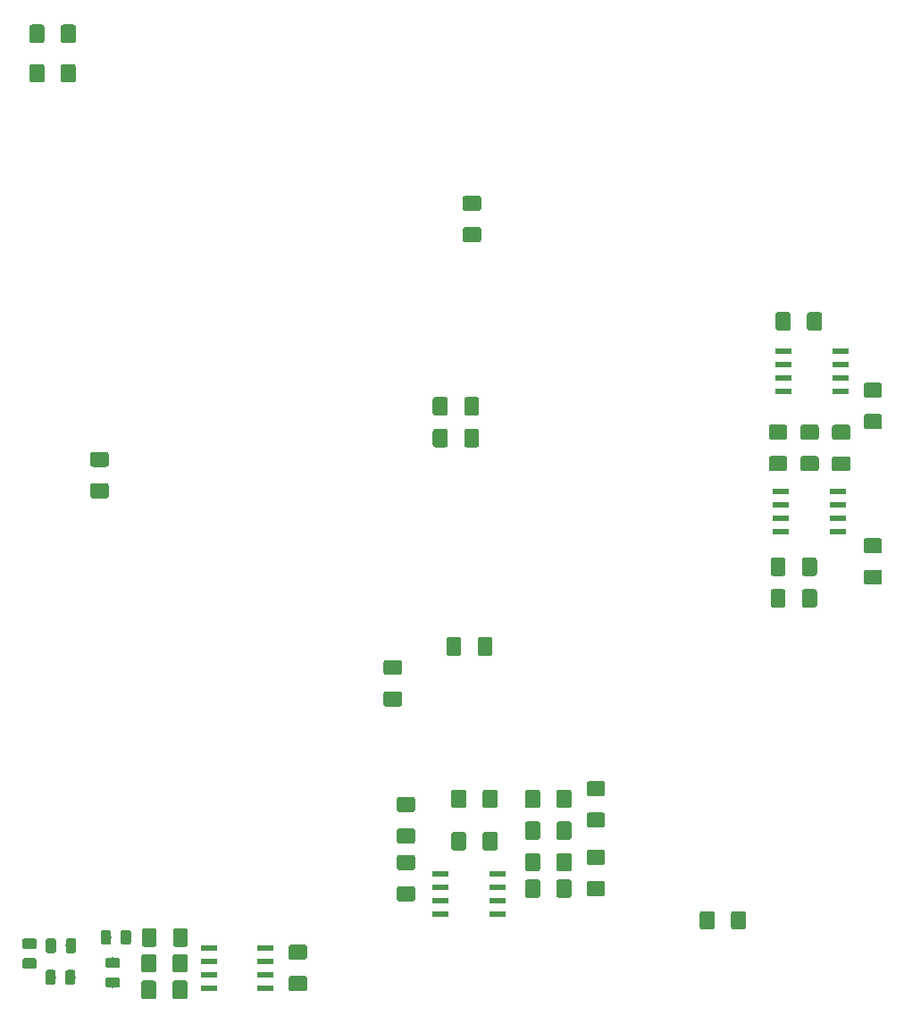
<source format=gbr>
G04 #@! TF.GenerationSoftware,KiCad,Pcbnew,(5.1.0)-1*
G04 #@! TF.CreationDate,2020-01-07T21:36:01+05:30*
G04 #@! TF.ProjectId,BLDC_STM32_proto_1,424c4443-5f53-4544-9d33-325f70726f74,rev?*
G04 #@! TF.SameCoordinates,Original*
G04 #@! TF.FileFunction,Paste,Bot*
G04 #@! TF.FilePolarity,Positive*
%FSLAX46Y46*%
G04 Gerber Fmt 4.6, Leading zero omitted, Abs format (unit mm)*
G04 Created by KiCad (PCBNEW (5.1.0)-1) date 2020-01-07 21:36:01*
%MOMM*%
%LPD*%
G04 APERTURE LIST*
%ADD10C,0.100000*%
%ADD11C,0.975000*%
%ADD12R,1.550000X0.600000*%
%ADD13C,1.425000*%
G04 APERTURE END LIST*
D10*
G36*
X79860142Y-145651174D02*
G01*
X79883803Y-145654684D01*
X79907007Y-145660496D01*
X79929529Y-145668554D01*
X79951153Y-145678782D01*
X79971670Y-145691079D01*
X79990883Y-145705329D01*
X80008607Y-145721393D01*
X80024671Y-145739117D01*
X80038921Y-145758330D01*
X80051218Y-145778847D01*
X80061446Y-145800471D01*
X80069504Y-145822993D01*
X80075316Y-145846197D01*
X80078826Y-145869858D01*
X80080000Y-145893750D01*
X80080000Y-146381250D01*
X80078826Y-146405142D01*
X80075316Y-146428803D01*
X80069504Y-146452007D01*
X80061446Y-146474529D01*
X80051218Y-146496153D01*
X80038921Y-146516670D01*
X80024671Y-146535883D01*
X80008607Y-146553607D01*
X79990883Y-146569671D01*
X79971670Y-146583921D01*
X79951153Y-146596218D01*
X79929529Y-146606446D01*
X79907007Y-146614504D01*
X79883803Y-146620316D01*
X79860142Y-146623826D01*
X79836250Y-146625000D01*
X78923750Y-146625000D01*
X78899858Y-146623826D01*
X78876197Y-146620316D01*
X78852993Y-146614504D01*
X78830471Y-146606446D01*
X78808847Y-146596218D01*
X78788330Y-146583921D01*
X78769117Y-146569671D01*
X78751393Y-146553607D01*
X78735329Y-146535883D01*
X78721079Y-146516670D01*
X78708782Y-146496153D01*
X78698554Y-146474529D01*
X78690496Y-146452007D01*
X78684684Y-146428803D01*
X78681174Y-146405142D01*
X78680000Y-146381250D01*
X78680000Y-145893750D01*
X78681174Y-145869858D01*
X78684684Y-145846197D01*
X78690496Y-145822993D01*
X78698554Y-145800471D01*
X78708782Y-145778847D01*
X78721079Y-145758330D01*
X78735329Y-145739117D01*
X78751393Y-145721393D01*
X78769117Y-145705329D01*
X78788330Y-145691079D01*
X78808847Y-145678782D01*
X78830471Y-145668554D01*
X78852993Y-145660496D01*
X78876197Y-145654684D01*
X78899858Y-145651174D01*
X78923750Y-145650000D01*
X79836250Y-145650000D01*
X79860142Y-145651174D01*
X79860142Y-145651174D01*
G37*
D11*
X79380000Y-146137500D03*
D10*
G36*
X79860142Y-143776174D02*
G01*
X79883803Y-143779684D01*
X79907007Y-143785496D01*
X79929529Y-143793554D01*
X79951153Y-143803782D01*
X79971670Y-143816079D01*
X79990883Y-143830329D01*
X80008607Y-143846393D01*
X80024671Y-143864117D01*
X80038921Y-143883330D01*
X80051218Y-143903847D01*
X80061446Y-143925471D01*
X80069504Y-143947993D01*
X80075316Y-143971197D01*
X80078826Y-143994858D01*
X80080000Y-144018750D01*
X80080000Y-144506250D01*
X80078826Y-144530142D01*
X80075316Y-144553803D01*
X80069504Y-144577007D01*
X80061446Y-144599529D01*
X80051218Y-144621153D01*
X80038921Y-144641670D01*
X80024671Y-144660883D01*
X80008607Y-144678607D01*
X79990883Y-144694671D01*
X79971670Y-144708921D01*
X79951153Y-144721218D01*
X79929529Y-144731446D01*
X79907007Y-144739504D01*
X79883803Y-144745316D01*
X79860142Y-144748826D01*
X79836250Y-144750000D01*
X78923750Y-144750000D01*
X78899858Y-144748826D01*
X78876197Y-144745316D01*
X78852993Y-144739504D01*
X78830471Y-144731446D01*
X78808847Y-144721218D01*
X78788330Y-144708921D01*
X78769117Y-144694671D01*
X78751393Y-144678607D01*
X78735329Y-144660883D01*
X78721079Y-144641670D01*
X78708782Y-144621153D01*
X78698554Y-144599529D01*
X78690496Y-144577007D01*
X78684684Y-144553803D01*
X78681174Y-144530142D01*
X78680000Y-144506250D01*
X78680000Y-144018750D01*
X78681174Y-143994858D01*
X78684684Y-143971197D01*
X78690496Y-143947993D01*
X78698554Y-143925471D01*
X78708782Y-143903847D01*
X78721079Y-143883330D01*
X78735329Y-143864117D01*
X78751393Y-143846393D01*
X78769117Y-143830329D01*
X78788330Y-143816079D01*
X78808847Y-143803782D01*
X78830471Y-143793554D01*
X78852993Y-143785496D01*
X78876197Y-143779684D01*
X78899858Y-143776174D01*
X78923750Y-143775000D01*
X79836250Y-143775000D01*
X79860142Y-143776174D01*
X79860142Y-143776174D01*
G37*
D11*
X79380000Y-144262500D03*
D10*
G36*
X83572642Y-143761174D02*
G01*
X83596303Y-143764684D01*
X83619507Y-143770496D01*
X83642029Y-143778554D01*
X83663653Y-143788782D01*
X83684170Y-143801079D01*
X83703383Y-143815329D01*
X83721107Y-143831393D01*
X83737171Y-143849117D01*
X83751421Y-143868330D01*
X83763718Y-143888847D01*
X83773946Y-143910471D01*
X83782004Y-143932993D01*
X83787816Y-143956197D01*
X83791326Y-143979858D01*
X83792500Y-144003750D01*
X83792500Y-144916250D01*
X83791326Y-144940142D01*
X83787816Y-144963803D01*
X83782004Y-144987007D01*
X83773946Y-145009529D01*
X83763718Y-145031153D01*
X83751421Y-145051670D01*
X83737171Y-145070883D01*
X83721107Y-145088607D01*
X83703383Y-145104671D01*
X83684170Y-145118921D01*
X83663653Y-145131218D01*
X83642029Y-145141446D01*
X83619507Y-145149504D01*
X83596303Y-145155316D01*
X83572642Y-145158826D01*
X83548750Y-145160000D01*
X83061250Y-145160000D01*
X83037358Y-145158826D01*
X83013697Y-145155316D01*
X82990493Y-145149504D01*
X82967971Y-145141446D01*
X82946347Y-145131218D01*
X82925830Y-145118921D01*
X82906617Y-145104671D01*
X82888893Y-145088607D01*
X82872829Y-145070883D01*
X82858579Y-145051670D01*
X82846282Y-145031153D01*
X82836054Y-145009529D01*
X82827996Y-144987007D01*
X82822184Y-144963803D01*
X82818674Y-144940142D01*
X82817500Y-144916250D01*
X82817500Y-144003750D01*
X82818674Y-143979858D01*
X82822184Y-143956197D01*
X82827996Y-143932993D01*
X82836054Y-143910471D01*
X82846282Y-143888847D01*
X82858579Y-143868330D01*
X82872829Y-143849117D01*
X82888893Y-143831393D01*
X82906617Y-143815329D01*
X82925830Y-143801079D01*
X82946347Y-143788782D01*
X82967971Y-143778554D01*
X82990493Y-143770496D01*
X83013697Y-143764684D01*
X83037358Y-143761174D01*
X83061250Y-143760000D01*
X83548750Y-143760000D01*
X83572642Y-143761174D01*
X83572642Y-143761174D01*
G37*
D11*
X83305000Y-144460000D03*
D10*
G36*
X81697642Y-143761174D02*
G01*
X81721303Y-143764684D01*
X81744507Y-143770496D01*
X81767029Y-143778554D01*
X81788653Y-143788782D01*
X81809170Y-143801079D01*
X81828383Y-143815329D01*
X81846107Y-143831393D01*
X81862171Y-143849117D01*
X81876421Y-143868330D01*
X81888718Y-143888847D01*
X81898946Y-143910471D01*
X81907004Y-143932993D01*
X81912816Y-143956197D01*
X81916326Y-143979858D01*
X81917500Y-144003750D01*
X81917500Y-144916250D01*
X81916326Y-144940142D01*
X81912816Y-144963803D01*
X81907004Y-144987007D01*
X81898946Y-145009529D01*
X81888718Y-145031153D01*
X81876421Y-145051670D01*
X81862171Y-145070883D01*
X81846107Y-145088607D01*
X81828383Y-145104671D01*
X81809170Y-145118921D01*
X81788653Y-145131218D01*
X81767029Y-145141446D01*
X81744507Y-145149504D01*
X81721303Y-145155316D01*
X81697642Y-145158826D01*
X81673750Y-145160000D01*
X81186250Y-145160000D01*
X81162358Y-145158826D01*
X81138697Y-145155316D01*
X81115493Y-145149504D01*
X81092971Y-145141446D01*
X81071347Y-145131218D01*
X81050830Y-145118921D01*
X81031617Y-145104671D01*
X81013893Y-145088607D01*
X80997829Y-145070883D01*
X80983579Y-145051670D01*
X80971282Y-145031153D01*
X80961054Y-145009529D01*
X80952996Y-144987007D01*
X80947184Y-144963803D01*
X80943674Y-144940142D01*
X80942500Y-144916250D01*
X80942500Y-144003750D01*
X80943674Y-143979858D01*
X80947184Y-143956197D01*
X80952996Y-143932993D01*
X80961054Y-143910471D01*
X80971282Y-143888847D01*
X80983579Y-143868330D01*
X80997829Y-143849117D01*
X81013893Y-143831393D01*
X81031617Y-143815329D01*
X81050830Y-143801079D01*
X81071347Y-143788782D01*
X81092971Y-143778554D01*
X81115493Y-143770496D01*
X81138697Y-143764684D01*
X81162358Y-143761174D01*
X81186250Y-143760000D01*
X81673750Y-143760000D01*
X81697642Y-143761174D01*
X81697642Y-143761174D01*
G37*
D11*
X81430000Y-144460000D03*
D12*
X96370000Y-148455000D03*
X96370000Y-147185000D03*
X96370000Y-145915000D03*
X96370000Y-144645000D03*
X101770000Y-144645000D03*
X101770000Y-145915000D03*
X101770000Y-147185000D03*
X101770000Y-148455000D03*
D10*
G36*
X87750142Y-145583674D02*
G01*
X87773803Y-145587184D01*
X87797007Y-145592996D01*
X87819529Y-145601054D01*
X87841153Y-145611282D01*
X87861670Y-145623579D01*
X87880883Y-145637829D01*
X87898607Y-145653893D01*
X87914671Y-145671617D01*
X87928921Y-145690830D01*
X87941218Y-145711347D01*
X87951446Y-145732971D01*
X87959504Y-145755493D01*
X87965316Y-145778697D01*
X87968826Y-145802358D01*
X87970000Y-145826250D01*
X87970000Y-146313750D01*
X87968826Y-146337642D01*
X87965316Y-146361303D01*
X87959504Y-146384507D01*
X87951446Y-146407029D01*
X87941218Y-146428653D01*
X87928921Y-146449170D01*
X87914671Y-146468383D01*
X87898607Y-146486107D01*
X87880883Y-146502171D01*
X87861670Y-146516421D01*
X87841153Y-146528718D01*
X87819529Y-146538946D01*
X87797007Y-146547004D01*
X87773803Y-146552816D01*
X87750142Y-146556326D01*
X87726250Y-146557500D01*
X86813750Y-146557500D01*
X86789858Y-146556326D01*
X86766197Y-146552816D01*
X86742993Y-146547004D01*
X86720471Y-146538946D01*
X86698847Y-146528718D01*
X86678330Y-146516421D01*
X86659117Y-146502171D01*
X86641393Y-146486107D01*
X86625329Y-146468383D01*
X86611079Y-146449170D01*
X86598782Y-146428653D01*
X86588554Y-146407029D01*
X86580496Y-146384507D01*
X86574684Y-146361303D01*
X86571174Y-146337642D01*
X86570000Y-146313750D01*
X86570000Y-145826250D01*
X86571174Y-145802358D01*
X86574684Y-145778697D01*
X86580496Y-145755493D01*
X86588554Y-145732971D01*
X86598782Y-145711347D01*
X86611079Y-145690830D01*
X86625329Y-145671617D01*
X86641393Y-145653893D01*
X86659117Y-145637829D01*
X86678330Y-145623579D01*
X86698847Y-145611282D01*
X86720471Y-145601054D01*
X86742993Y-145592996D01*
X86766197Y-145587184D01*
X86789858Y-145583674D01*
X86813750Y-145582500D01*
X87726250Y-145582500D01*
X87750142Y-145583674D01*
X87750142Y-145583674D01*
G37*
D11*
X87270000Y-146070000D03*
D10*
G36*
X87750142Y-147458674D02*
G01*
X87773803Y-147462184D01*
X87797007Y-147467996D01*
X87819529Y-147476054D01*
X87841153Y-147486282D01*
X87861670Y-147498579D01*
X87880883Y-147512829D01*
X87898607Y-147528893D01*
X87914671Y-147546617D01*
X87928921Y-147565830D01*
X87941218Y-147586347D01*
X87951446Y-147607971D01*
X87959504Y-147630493D01*
X87965316Y-147653697D01*
X87968826Y-147677358D01*
X87970000Y-147701250D01*
X87970000Y-148188750D01*
X87968826Y-148212642D01*
X87965316Y-148236303D01*
X87959504Y-148259507D01*
X87951446Y-148282029D01*
X87941218Y-148303653D01*
X87928921Y-148324170D01*
X87914671Y-148343383D01*
X87898607Y-148361107D01*
X87880883Y-148377171D01*
X87861670Y-148391421D01*
X87841153Y-148403718D01*
X87819529Y-148413946D01*
X87797007Y-148422004D01*
X87773803Y-148427816D01*
X87750142Y-148431326D01*
X87726250Y-148432500D01*
X86813750Y-148432500D01*
X86789858Y-148431326D01*
X86766197Y-148427816D01*
X86742993Y-148422004D01*
X86720471Y-148413946D01*
X86698847Y-148403718D01*
X86678330Y-148391421D01*
X86659117Y-148377171D01*
X86641393Y-148361107D01*
X86625329Y-148343383D01*
X86611079Y-148324170D01*
X86598782Y-148303653D01*
X86588554Y-148282029D01*
X86580496Y-148259507D01*
X86574684Y-148236303D01*
X86571174Y-148212642D01*
X86570000Y-148188750D01*
X86570000Y-147701250D01*
X86571174Y-147677358D01*
X86574684Y-147653697D01*
X86580496Y-147630493D01*
X86588554Y-147607971D01*
X86598782Y-147586347D01*
X86611079Y-147565830D01*
X86625329Y-147546617D01*
X86641393Y-147528893D01*
X86659117Y-147512829D01*
X86678330Y-147498579D01*
X86698847Y-147486282D01*
X86720471Y-147476054D01*
X86742993Y-147467996D01*
X86766197Y-147462184D01*
X86789858Y-147458674D01*
X86813750Y-147457500D01*
X87726250Y-147457500D01*
X87750142Y-147458674D01*
X87750142Y-147458674D01*
G37*
D11*
X87270000Y-147945000D03*
D10*
G36*
X94157004Y-145256204D02*
G01*
X94181273Y-145259804D01*
X94205071Y-145265765D01*
X94228171Y-145274030D01*
X94250349Y-145284520D01*
X94271393Y-145297133D01*
X94291098Y-145311747D01*
X94309277Y-145328223D01*
X94325753Y-145346402D01*
X94340367Y-145366107D01*
X94352980Y-145387151D01*
X94363470Y-145409329D01*
X94371735Y-145432429D01*
X94377696Y-145456227D01*
X94381296Y-145480496D01*
X94382500Y-145505000D01*
X94382500Y-146755000D01*
X94381296Y-146779504D01*
X94377696Y-146803773D01*
X94371735Y-146827571D01*
X94363470Y-146850671D01*
X94352980Y-146872849D01*
X94340367Y-146893893D01*
X94325753Y-146913598D01*
X94309277Y-146931777D01*
X94291098Y-146948253D01*
X94271393Y-146962867D01*
X94250349Y-146975480D01*
X94228171Y-146985970D01*
X94205071Y-146994235D01*
X94181273Y-147000196D01*
X94157004Y-147003796D01*
X94132500Y-147005000D01*
X93207500Y-147005000D01*
X93182996Y-147003796D01*
X93158727Y-147000196D01*
X93134929Y-146994235D01*
X93111829Y-146985970D01*
X93089651Y-146975480D01*
X93068607Y-146962867D01*
X93048902Y-146948253D01*
X93030723Y-146931777D01*
X93014247Y-146913598D01*
X92999633Y-146893893D01*
X92987020Y-146872849D01*
X92976530Y-146850671D01*
X92968265Y-146827571D01*
X92962304Y-146803773D01*
X92958704Y-146779504D01*
X92957500Y-146755000D01*
X92957500Y-145505000D01*
X92958704Y-145480496D01*
X92962304Y-145456227D01*
X92968265Y-145432429D01*
X92976530Y-145409329D01*
X92987020Y-145387151D01*
X92999633Y-145366107D01*
X93014247Y-145346402D01*
X93030723Y-145328223D01*
X93048902Y-145311747D01*
X93068607Y-145297133D01*
X93089651Y-145284520D01*
X93111829Y-145274030D01*
X93134929Y-145265765D01*
X93158727Y-145259804D01*
X93182996Y-145256204D01*
X93207500Y-145255000D01*
X94132500Y-145255000D01*
X94157004Y-145256204D01*
X94157004Y-145256204D01*
G37*
D13*
X93670000Y-146130000D03*
D10*
G36*
X91182004Y-145256204D02*
G01*
X91206273Y-145259804D01*
X91230071Y-145265765D01*
X91253171Y-145274030D01*
X91275349Y-145284520D01*
X91296393Y-145297133D01*
X91316098Y-145311747D01*
X91334277Y-145328223D01*
X91350753Y-145346402D01*
X91365367Y-145366107D01*
X91377980Y-145387151D01*
X91388470Y-145409329D01*
X91396735Y-145432429D01*
X91402696Y-145456227D01*
X91406296Y-145480496D01*
X91407500Y-145505000D01*
X91407500Y-146755000D01*
X91406296Y-146779504D01*
X91402696Y-146803773D01*
X91396735Y-146827571D01*
X91388470Y-146850671D01*
X91377980Y-146872849D01*
X91365367Y-146893893D01*
X91350753Y-146913598D01*
X91334277Y-146931777D01*
X91316098Y-146948253D01*
X91296393Y-146962867D01*
X91275349Y-146975480D01*
X91253171Y-146985970D01*
X91230071Y-146994235D01*
X91206273Y-147000196D01*
X91182004Y-147003796D01*
X91157500Y-147005000D01*
X90232500Y-147005000D01*
X90207996Y-147003796D01*
X90183727Y-147000196D01*
X90159929Y-146994235D01*
X90136829Y-146985970D01*
X90114651Y-146975480D01*
X90093607Y-146962867D01*
X90073902Y-146948253D01*
X90055723Y-146931777D01*
X90039247Y-146913598D01*
X90024633Y-146893893D01*
X90012020Y-146872849D01*
X90001530Y-146850671D01*
X89993265Y-146827571D01*
X89987304Y-146803773D01*
X89983704Y-146779504D01*
X89982500Y-146755000D01*
X89982500Y-145505000D01*
X89983704Y-145480496D01*
X89987304Y-145456227D01*
X89993265Y-145432429D01*
X90001530Y-145409329D01*
X90012020Y-145387151D01*
X90024633Y-145366107D01*
X90039247Y-145346402D01*
X90055723Y-145328223D01*
X90073902Y-145311747D01*
X90093607Y-145297133D01*
X90114651Y-145284520D01*
X90136829Y-145274030D01*
X90159929Y-145265765D01*
X90183727Y-145259804D01*
X90207996Y-145256204D01*
X90232500Y-145255000D01*
X91157500Y-145255000D01*
X91182004Y-145256204D01*
X91182004Y-145256204D01*
G37*
D13*
X90695000Y-146130000D03*
D10*
G36*
X91209504Y-142806204D02*
G01*
X91233773Y-142809804D01*
X91257571Y-142815765D01*
X91280671Y-142824030D01*
X91302849Y-142834520D01*
X91323893Y-142847133D01*
X91343598Y-142861747D01*
X91361777Y-142878223D01*
X91378253Y-142896402D01*
X91392867Y-142916107D01*
X91405480Y-142937151D01*
X91415970Y-142959329D01*
X91424235Y-142982429D01*
X91430196Y-143006227D01*
X91433796Y-143030496D01*
X91435000Y-143055000D01*
X91435000Y-144305000D01*
X91433796Y-144329504D01*
X91430196Y-144353773D01*
X91424235Y-144377571D01*
X91415970Y-144400671D01*
X91405480Y-144422849D01*
X91392867Y-144443893D01*
X91378253Y-144463598D01*
X91361777Y-144481777D01*
X91343598Y-144498253D01*
X91323893Y-144512867D01*
X91302849Y-144525480D01*
X91280671Y-144535970D01*
X91257571Y-144544235D01*
X91233773Y-144550196D01*
X91209504Y-144553796D01*
X91185000Y-144555000D01*
X90260000Y-144555000D01*
X90235496Y-144553796D01*
X90211227Y-144550196D01*
X90187429Y-144544235D01*
X90164329Y-144535970D01*
X90142151Y-144525480D01*
X90121107Y-144512867D01*
X90101402Y-144498253D01*
X90083223Y-144481777D01*
X90066747Y-144463598D01*
X90052133Y-144443893D01*
X90039520Y-144422849D01*
X90029030Y-144400671D01*
X90020765Y-144377571D01*
X90014804Y-144353773D01*
X90011204Y-144329504D01*
X90010000Y-144305000D01*
X90010000Y-143055000D01*
X90011204Y-143030496D01*
X90014804Y-143006227D01*
X90020765Y-142982429D01*
X90029030Y-142959329D01*
X90039520Y-142937151D01*
X90052133Y-142916107D01*
X90066747Y-142896402D01*
X90083223Y-142878223D01*
X90101402Y-142861747D01*
X90121107Y-142847133D01*
X90142151Y-142834520D01*
X90164329Y-142824030D01*
X90187429Y-142815765D01*
X90211227Y-142809804D01*
X90235496Y-142806204D01*
X90260000Y-142805000D01*
X91185000Y-142805000D01*
X91209504Y-142806204D01*
X91209504Y-142806204D01*
G37*
D13*
X90722500Y-143680000D03*
D10*
G36*
X94184504Y-142806204D02*
G01*
X94208773Y-142809804D01*
X94232571Y-142815765D01*
X94255671Y-142824030D01*
X94277849Y-142834520D01*
X94298893Y-142847133D01*
X94318598Y-142861747D01*
X94336777Y-142878223D01*
X94353253Y-142896402D01*
X94367867Y-142916107D01*
X94380480Y-142937151D01*
X94390970Y-142959329D01*
X94399235Y-142982429D01*
X94405196Y-143006227D01*
X94408796Y-143030496D01*
X94410000Y-143055000D01*
X94410000Y-144305000D01*
X94408796Y-144329504D01*
X94405196Y-144353773D01*
X94399235Y-144377571D01*
X94390970Y-144400671D01*
X94380480Y-144422849D01*
X94367867Y-144443893D01*
X94353253Y-144463598D01*
X94336777Y-144481777D01*
X94318598Y-144498253D01*
X94298893Y-144512867D01*
X94277849Y-144525480D01*
X94255671Y-144535970D01*
X94232571Y-144544235D01*
X94208773Y-144550196D01*
X94184504Y-144553796D01*
X94160000Y-144555000D01*
X93235000Y-144555000D01*
X93210496Y-144553796D01*
X93186227Y-144550196D01*
X93162429Y-144544235D01*
X93139329Y-144535970D01*
X93117151Y-144525480D01*
X93096107Y-144512867D01*
X93076402Y-144498253D01*
X93058223Y-144481777D01*
X93041747Y-144463598D01*
X93027133Y-144443893D01*
X93014520Y-144422849D01*
X93004030Y-144400671D01*
X92995765Y-144377571D01*
X92989804Y-144353773D01*
X92986204Y-144329504D01*
X92985000Y-144305000D01*
X92985000Y-143055000D01*
X92986204Y-143030496D01*
X92989804Y-143006227D01*
X92995765Y-142982429D01*
X93004030Y-142959329D01*
X93014520Y-142937151D01*
X93027133Y-142916107D01*
X93041747Y-142896402D01*
X93058223Y-142878223D01*
X93076402Y-142861747D01*
X93096107Y-142847133D01*
X93117151Y-142834520D01*
X93139329Y-142824030D01*
X93162429Y-142815765D01*
X93186227Y-142809804D01*
X93210496Y-142806204D01*
X93235000Y-142805000D01*
X94160000Y-142805000D01*
X94184504Y-142806204D01*
X94184504Y-142806204D01*
G37*
D13*
X93697500Y-143680000D03*
D10*
G36*
X88782642Y-142961174D02*
G01*
X88806303Y-142964684D01*
X88829507Y-142970496D01*
X88852029Y-142978554D01*
X88873653Y-142988782D01*
X88894170Y-143001079D01*
X88913383Y-143015329D01*
X88931107Y-143031393D01*
X88947171Y-143049117D01*
X88961421Y-143068330D01*
X88973718Y-143088847D01*
X88983946Y-143110471D01*
X88992004Y-143132993D01*
X88997816Y-143156197D01*
X89001326Y-143179858D01*
X89002500Y-143203750D01*
X89002500Y-144116250D01*
X89001326Y-144140142D01*
X88997816Y-144163803D01*
X88992004Y-144187007D01*
X88983946Y-144209529D01*
X88973718Y-144231153D01*
X88961421Y-144251670D01*
X88947171Y-144270883D01*
X88931107Y-144288607D01*
X88913383Y-144304671D01*
X88894170Y-144318921D01*
X88873653Y-144331218D01*
X88852029Y-144341446D01*
X88829507Y-144349504D01*
X88806303Y-144355316D01*
X88782642Y-144358826D01*
X88758750Y-144360000D01*
X88271250Y-144360000D01*
X88247358Y-144358826D01*
X88223697Y-144355316D01*
X88200493Y-144349504D01*
X88177971Y-144341446D01*
X88156347Y-144331218D01*
X88135830Y-144318921D01*
X88116617Y-144304671D01*
X88098893Y-144288607D01*
X88082829Y-144270883D01*
X88068579Y-144251670D01*
X88056282Y-144231153D01*
X88046054Y-144209529D01*
X88037996Y-144187007D01*
X88032184Y-144163803D01*
X88028674Y-144140142D01*
X88027500Y-144116250D01*
X88027500Y-143203750D01*
X88028674Y-143179858D01*
X88032184Y-143156197D01*
X88037996Y-143132993D01*
X88046054Y-143110471D01*
X88056282Y-143088847D01*
X88068579Y-143068330D01*
X88082829Y-143049117D01*
X88098893Y-143031393D01*
X88116617Y-143015329D01*
X88135830Y-143001079D01*
X88156347Y-142988782D01*
X88177971Y-142978554D01*
X88200493Y-142970496D01*
X88223697Y-142964684D01*
X88247358Y-142961174D01*
X88271250Y-142960000D01*
X88758750Y-142960000D01*
X88782642Y-142961174D01*
X88782642Y-142961174D01*
G37*
D11*
X88515000Y-143660000D03*
D10*
G36*
X86907642Y-142961174D02*
G01*
X86931303Y-142964684D01*
X86954507Y-142970496D01*
X86977029Y-142978554D01*
X86998653Y-142988782D01*
X87019170Y-143001079D01*
X87038383Y-143015329D01*
X87056107Y-143031393D01*
X87072171Y-143049117D01*
X87086421Y-143068330D01*
X87098718Y-143088847D01*
X87108946Y-143110471D01*
X87117004Y-143132993D01*
X87122816Y-143156197D01*
X87126326Y-143179858D01*
X87127500Y-143203750D01*
X87127500Y-144116250D01*
X87126326Y-144140142D01*
X87122816Y-144163803D01*
X87117004Y-144187007D01*
X87108946Y-144209529D01*
X87098718Y-144231153D01*
X87086421Y-144251670D01*
X87072171Y-144270883D01*
X87056107Y-144288607D01*
X87038383Y-144304671D01*
X87019170Y-144318921D01*
X86998653Y-144331218D01*
X86977029Y-144341446D01*
X86954507Y-144349504D01*
X86931303Y-144355316D01*
X86907642Y-144358826D01*
X86883750Y-144360000D01*
X86396250Y-144360000D01*
X86372358Y-144358826D01*
X86348697Y-144355316D01*
X86325493Y-144349504D01*
X86302971Y-144341446D01*
X86281347Y-144331218D01*
X86260830Y-144318921D01*
X86241617Y-144304671D01*
X86223893Y-144288607D01*
X86207829Y-144270883D01*
X86193579Y-144251670D01*
X86181282Y-144231153D01*
X86171054Y-144209529D01*
X86162996Y-144187007D01*
X86157184Y-144163803D01*
X86153674Y-144140142D01*
X86152500Y-144116250D01*
X86152500Y-143203750D01*
X86153674Y-143179858D01*
X86157184Y-143156197D01*
X86162996Y-143132993D01*
X86171054Y-143110471D01*
X86181282Y-143088847D01*
X86193579Y-143068330D01*
X86207829Y-143049117D01*
X86223893Y-143031393D01*
X86241617Y-143015329D01*
X86260830Y-143001079D01*
X86281347Y-142988782D01*
X86302971Y-142978554D01*
X86325493Y-142970496D01*
X86348697Y-142964684D01*
X86372358Y-142961174D01*
X86396250Y-142960000D01*
X86883750Y-142960000D01*
X86907642Y-142961174D01*
X86907642Y-142961174D01*
G37*
D11*
X86640000Y-143660000D03*
D10*
G36*
X83522642Y-146751174D02*
G01*
X83546303Y-146754684D01*
X83569507Y-146760496D01*
X83592029Y-146768554D01*
X83613653Y-146778782D01*
X83634170Y-146791079D01*
X83653383Y-146805329D01*
X83671107Y-146821393D01*
X83687171Y-146839117D01*
X83701421Y-146858330D01*
X83713718Y-146878847D01*
X83723946Y-146900471D01*
X83732004Y-146922993D01*
X83737816Y-146946197D01*
X83741326Y-146969858D01*
X83742500Y-146993750D01*
X83742500Y-147906250D01*
X83741326Y-147930142D01*
X83737816Y-147953803D01*
X83732004Y-147977007D01*
X83723946Y-147999529D01*
X83713718Y-148021153D01*
X83701421Y-148041670D01*
X83687171Y-148060883D01*
X83671107Y-148078607D01*
X83653383Y-148094671D01*
X83634170Y-148108921D01*
X83613653Y-148121218D01*
X83592029Y-148131446D01*
X83569507Y-148139504D01*
X83546303Y-148145316D01*
X83522642Y-148148826D01*
X83498750Y-148150000D01*
X83011250Y-148150000D01*
X82987358Y-148148826D01*
X82963697Y-148145316D01*
X82940493Y-148139504D01*
X82917971Y-148131446D01*
X82896347Y-148121218D01*
X82875830Y-148108921D01*
X82856617Y-148094671D01*
X82838893Y-148078607D01*
X82822829Y-148060883D01*
X82808579Y-148041670D01*
X82796282Y-148021153D01*
X82786054Y-147999529D01*
X82777996Y-147977007D01*
X82772184Y-147953803D01*
X82768674Y-147930142D01*
X82767500Y-147906250D01*
X82767500Y-146993750D01*
X82768674Y-146969858D01*
X82772184Y-146946197D01*
X82777996Y-146922993D01*
X82786054Y-146900471D01*
X82796282Y-146878847D01*
X82808579Y-146858330D01*
X82822829Y-146839117D01*
X82838893Y-146821393D01*
X82856617Y-146805329D01*
X82875830Y-146791079D01*
X82896347Y-146778782D01*
X82917971Y-146768554D01*
X82940493Y-146760496D01*
X82963697Y-146754684D01*
X82987358Y-146751174D01*
X83011250Y-146750000D01*
X83498750Y-146750000D01*
X83522642Y-146751174D01*
X83522642Y-146751174D01*
G37*
D11*
X83255000Y-147450000D03*
D10*
G36*
X81647642Y-146751174D02*
G01*
X81671303Y-146754684D01*
X81694507Y-146760496D01*
X81717029Y-146768554D01*
X81738653Y-146778782D01*
X81759170Y-146791079D01*
X81778383Y-146805329D01*
X81796107Y-146821393D01*
X81812171Y-146839117D01*
X81826421Y-146858330D01*
X81838718Y-146878847D01*
X81848946Y-146900471D01*
X81857004Y-146922993D01*
X81862816Y-146946197D01*
X81866326Y-146969858D01*
X81867500Y-146993750D01*
X81867500Y-147906250D01*
X81866326Y-147930142D01*
X81862816Y-147953803D01*
X81857004Y-147977007D01*
X81848946Y-147999529D01*
X81838718Y-148021153D01*
X81826421Y-148041670D01*
X81812171Y-148060883D01*
X81796107Y-148078607D01*
X81778383Y-148094671D01*
X81759170Y-148108921D01*
X81738653Y-148121218D01*
X81717029Y-148131446D01*
X81694507Y-148139504D01*
X81671303Y-148145316D01*
X81647642Y-148148826D01*
X81623750Y-148150000D01*
X81136250Y-148150000D01*
X81112358Y-148148826D01*
X81088697Y-148145316D01*
X81065493Y-148139504D01*
X81042971Y-148131446D01*
X81021347Y-148121218D01*
X81000830Y-148108921D01*
X80981617Y-148094671D01*
X80963893Y-148078607D01*
X80947829Y-148060883D01*
X80933579Y-148041670D01*
X80921282Y-148021153D01*
X80911054Y-147999529D01*
X80902996Y-147977007D01*
X80897184Y-147953803D01*
X80893674Y-147930142D01*
X80892500Y-147906250D01*
X80892500Y-146993750D01*
X80893674Y-146969858D01*
X80897184Y-146946197D01*
X80902996Y-146922993D01*
X80911054Y-146900471D01*
X80921282Y-146878847D01*
X80933579Y-146858330D01*
X80947829Y-146839117D01*
X80963893Y-146821393D01*
X80981617Y-146805329D01*
X81000830Y-146791079D01*
X81021347Y-146778782D01*
X81042971Y-146768554D01*
X81065493Y-146760496D01*
X81088697Y-146754684D01*
X81112358Y-146751174D01*
X81136250Y-146750000D01*
X81623750Y-146750000D01*
X81647642Y-146751174D01*
X81647642Y-146751174D01*
G37*
D11*
X81380000Y-147450000D03*
D10*
G36*
X94137004Y-147766204D02*
G01*
X94161273Y-147769804D01*
X94185071Y-147775765D01*
X94208171Y-147784030D01*
X94230349Y-147794520D01*
X94251393Y-147807133D01*
X94271098Y-147821747D01*
X94289277Y-147838223D01*
X94305753Y-147856402D01*
X94320367Y-147876107D01*
X94332980Y-147897151D01*
X94343470Y-147919329D01*
X94351735Y-147942429D01*
X94357696Y-147966227D01*
X94361296Y-147990496D01*
X94362500Y-148015000D01*
X94362500Y-149265000D01*
X94361296Y-149289504D01*
X94357696Y-149313773D01*
X94351735Y-149337571D01*
X94343470Y-149360671D01*
X94332980Y-149382849D01*
X94320367Y-149403893D01*
X94305753Y-149423598D01*
X94289277Y-149441777D01*
X94271098Y-149458253D01*
X94251393Y-149472867D01*
X94230349Y-149485480D01*
X94208171Y-149495970D01*
X94185071Y-149504235D01*
X94161273Y-149510196D01*
X94137004Y-149513796D01*
X94112500Y-149515000D01*
X93187500Y-149515000D01*
X93162996Y-149513796D01*
X93138727Y-149510196D01*
X93114929Y-149504235D01*
X93091829Y-149495970D01*
X93069651Y-149485480D01*
X93048607Y-149472867D01*
X93028902Y-149458253D01*
X93010723Y-149441777D01*
X92994247Y-149423598D01*
X92979633Y-149403893D01*
X92967020Y-149382849D01*
X92956530Y-149360671D01*
X92948265Y-149337571D01*
X92942304Y-149313773D01*
X92938704Y-149289504D01*
X92937500Y-149265000D01*
X92937500Y-148015000D01*
X92938704Y-147990496D01*
X92942304Y-147966227D01*
X92948265Y-147942429D01*
X92956530Y-147919329D01*
X92967020Y-147897151D01*
X92979633Y-147876107D01*
X92994247Y-147856402D01*
X93010723Y-147838223D01*
X93028902Y-147821747D01*
X93048607Y-147807133D01*
X93069651Y-147794520D01*
X93091829Y-147784030D01*
X93114929Y-147775765D01*
X93138727Y-147769804D01*
X93162996Y-147766204D01*
X93187500Y-147765000D01*
X94112500Y-147765000D01*
X94137004Y-147766204D01*
X94137004Y-147766204D01*
G37*
D13*
X93650000Y-148640000D03*
D10*
G36*
X91162004Y-147766204D02*
G01*
X91186273Y-147769804D01*
X91210071Y-147775765D01*
X91233171Y-147784030D01*
X91255349Y-147794520D01*
X91276393Y-147807133D01*
X91296098Y-147821747D01*
X91314277Y-147838223D01*
X91330753Y-147856402D01*
X91345367Y-147876107D01*
X91357980Y-147897151D01*
X91368470Y-147919329D01*
X91376735Y-147942429D01*
X91382696Y-147966227D01*
X91386296Y-147990496D01*
X91387500Y-148015000D01*
X91387500Y-149265000D01*
X91386296Y-149289504D01*
X91382696Y-149313773D01*
X91376735Y-149337571D01*
X91368470Y-149360671D01*
X91357980Y-149382849D01*
X91345367Y-149403893D01*
X91330753Y-149423598D01*
X91314277Y-149441777D01*
X91296098Y-149458253D01*
X91276393Y-149472867D01*
X91255349Y-149485480D01*
X91233171Y-149495970D01*
X91210071Y-149504235D01*
X91186273Y-149510196D01*
X91162004Y-149513796D01*
X91137500Y-149515000D01*
X90212500Y-149515000D01*
X90187996Y-149513796D01*
X90163727Y-149510196D01*
X90139929Y-149504235D01*
X90116829Y-149495970D01*
X90094651Y-149485480D01*
X90073607Y-149472867D01*
X90053902Y-149458253D01*
X90035723Y-149441777D01*
X90019247Y-149423598D01*
X90004633Y-149403893D01*
X89992020Y-149382849D01*
X89981530Y-149360671D01*
X89973265Y-149337571D01*
X89967304Y-149313773D01*
X89963704Y-149289504D01*
X89962500Y-149265000D01*
X89962500Y-148015000D01*
X89963704Y-147990496D01*
X89967304Y-147966227D01*
X89973265Y-147942429D01*
X89981530Y-147919329D01*
X89992020Y-147897151D01*
X90004633Y-147876107D01*
X90019247Y-147856402D01*
X90035723Y-147838223D01*
X90053902Y-147821747D01*
X90073607Y-147807133D01*
X90094651Y-147794520D01*
X90116829Y-147784030D01*
X90139929Y-147775765D01*
X90163727Y-147769804D01*
X90187996Y-147766204D01*
X90212500Y-147765000D01*
X91137500Y-147765000D01*
X91162004Y-147766204D01*
X91162004Y-147766204D01*
G37*
D13*
X90675000Y-148640000D03*
D10*
G36*
X86669504Y-100638704D02*
G01*
X86693773Y-100642304D01*
X86717571Y-100648265D01*
X86740671Y-100656530D01*
X86762849Y-100667020D01*
X86783893Y-100679633D01*
X86803598Y-100694247D01*
X86821777Y-100710723D01*
X86838253Y-100728902D01*
X86852867Y-100748607D01*
X86865480Y-100769651D01*
X86875970Y-100791829D01*
X86884235Y-100814929D01*
X86890196Y-100838727D01*
X86893796Y-100862996D01*
X86895000Y-100887500D01*
X86895000Y-101812500D01*
X86893796Y-101837004D01*
X86890196Y-101861273D01*
X86884235Y-101885071D01*
X86875970Y-101908171D01*
X86865480Y-101930349D01*
X86852867Y-101951393D01*
X86838253Y-101971098D01*
X86821777Y-101989277D01*
X86803598Y-102005753D01*
X86783893Y-102020367D01*
X86762849Y-102032980D01*
X86740671Y-102043470D01*
X86717571Y-102051735D01*
X86693773Y-102057696D01*
X86669504Y-102061296D01*
X86645000Y-102062500D01*
X85395000Y-102062500D01*
X85370496Y-102061296D01*
X85346227Y-102057696D01*
X85322429Y-102051735D01*
X85299329Y-102043470D01*
X85277151Y-102032980D01*
X85256107Y-102020367D01*
X85236402Y-102005753D01*
X85218223Y-101989277D01*
X85201747Y-101971098D01*
X85187133Y-101951393D01*
X85174520Y-101930349D01*
X85164030Y-101908171D01*
X85155765Y-101885071D01*
X85149804Y-101861273D01*
X85146204Y-101837004D01*
X85145000Y-101812500D01*
X85145000Y-100887500D01*
X85146204Y-100862996D01*
X85149804Y-100838727D01*
X85155765Y-100814929D01*
X85164030Y-100791829D01*
X85174520Y-100769651D01*
X85187133Y-100748607D01*
X85201747Y-100728902D01*
X85218223Y-100710723D01*
X85236402Y-100694247D01*
X85256107Y-100679633D01*
X85277151Y-100667020D01*
X85299329Y-100656530D01*
X85322429Y-100648265D01*
X85346227Y-100642304D01*
X85370496Y-100638704D01*
X85395000Y-100637500D01*
X86645000Y-100637500D01*
X86669504Y-100638704D01*
X86669504Y-100638704D01*
G37*
D13*
X86020000Y-101350000D03*
D10*
G36*
X86669504Y-97663704D02*
G01*
X86693773Y-97667304D01*
X86717571Y-97673265D01*
X86740671Y-97681530D01*
X86762849Y-97692020D01*
X86783893Y-97704633D01*
X86803598Y-97719247D01*
X86821777Y-97735723D01*
X86838253Y-97753902D01*
X86852867Y-97773607D01*
X86865480Y-97794651D01*
X86875970Y-97816829D01*
X86884235Y-97839929D01*
X86890196Y-97863727D01*
X86893796Y-97887996D01*
X86895000Y-97912500D01*
X86895000Y-98837500D01*
X86893796Y-98862004D01*
X86890196Y-98886273D01*
X86884235Y-98910071D01*
X86875970Y-98933171D01*
X86865480Y-98955349D01*
X86852867Y-98976393D01*
X86838253Y-98996098D01*
X86821777Y-99014277D01*
X86803598Y-99030753D01*
X86783893Y-99045367D01*
X86762849Y-99057980D01*
X86740671Y-99068470D01*
X86717571Y-99076735D01*
X86693773Y-99082696D01*
X86669504Y-99086296D01*
X86645000Y-99087500D01*
X85395000Y-99087500D01*
X85370496Y-99086296D01*
X85346227Y-99082696D01*
X85322429Y-99076735D01*
X85299329Y-99068470D01*
X85277151Y-99057980D01*
X85256107Y-99045367D01*
X85236402Y-99030753D01*
X85218223Y-99014277D01*
X85201747Y-98996098D01*
X85187133Y-98976393D01*
X85174520Y-98955349D01*
X85164030Y-98933171D01*
X85155765Y-98910071D01*
X85149804Y-98886273D01*
X85146204Y-98862004D01*
X85145000Y-98837500D01*
X85145000Y-97912500D01*
X85146204Y-97887996D01*
X85149804Y-97863727D01*
X85155765Y-97839929D01*
X85164030Y-97816829D01*
X85174520Y-97794651D01*
X85187133Y-97773607D01*
X85201747Y-97753902D01*
X85218223Y-97735723D01*
X85236402Y-97719247D01*
X85256107Y-97704633D01*
X85277151Y-97692020D01*
X85299329Y-97681530D01*
X85322429Y-97673265D01*
X85346227Y-97667304D01*
X85370496Y-97663704D01*
X85395000Y-97662500D01*
X86645000Y-97662500D01*
X86669504Y-97663704D01*
X86669504Y-97663704D01*
G37*
D13*
X86020000Y-98375000D03*
D10*
G36*
X114469504Y-117388704D02*
G01*
X114493773Y-117392304D01*
X114517571Y-117398265D01*
X114540671Y-117406530D01*
X114562849Y-117417020D01*
X114583893Y-117429633D01*
X114603598Y-117444247D01*
X114621777Y-117460723D01*
X114638253Y-117478902D01*
X114652867Y-117498607D01*
X114665480Y-117519651D01*
X114675970Y-117541829D01*
X114684235Y-117564929D01*
X114690196Y-117588727D01*
X114693796Y-117612996D01*
X114695000Y-117637500D01*
X114695000Y-118562500D01*
X114693796Y-118587004D01*
X114690196Y-118611273D01*
X114684235Y-118635071D01*
X114675970Y-118658171D01*
X114665480Y-118680349D01*
X114652867Y-118701393D01*
X114638253Y-118721098D01*
X114621777Y-118739277D01*
X114603598Y-118755753D01*
X114583893Y-118770367D01*
X114562849Y-118782980D01*
X114540671Y-118793470D01*
X114517571Y-118801735D01*
X114493773Y-118807696D01*
X114469504Y-118811296D01*
X114445000Y-118812500D01*
X113195000Y-118812500D01*
X113170496Y-118811296D01*
X113146227Y-118807696D01*
X113122429Y-118801735D01*
X113099329Y-118793470D01*
X113077151Y-118782980D01*
X113056107Y-118770367D01*
X113036402Y-118755753D01*
X113018223Y-118739277D01*
X113001747Y-118721098D01*
X112987133Y-118701393D01*
X112974520Y-118680349D01*
X112964030Y-118658171D01*
X112955765Y-118635071D01*
X112949804Y-118611273D01*
X112946204Y-118587004D01*
X112945000Y-118562500D01*
X112945000Y-117637500D01*
X112946204Y-117612996D01*
X112949804Y-117588727D01*
X112955765Y-117564929D01*
X112964030Y-117541829D01*
X112974520Y-117519651D01*
X112987133Y-117498607D01*
X113001747Y-117478902D01*
X113018223Y-117460723D01*
X113036402Y-117444247D01*
X113056107Y-117429633D01*
X113077151Y-117417020D01*
X113099329Y-117406530D01*
X113122429Y-117398265D01*
X113146227Y-117392304D01*
X113170496Y-117388704D01*
X113195000Y-117387500D01*
X114445000Y-117387500D01*
X114469504Y-117388704D01*
X114469504Y-117388704D01*
G37*
D13*
X113820000Y-118100000D03*
D10*
G36*
X114469504Y-120363704D02*
G01*
X114493773Y-120367304D01*
X114517571Y-120373265D01*
X114540671Y-120381530D01*
X114562849Y-120392020D01*
X114583893Y-120404633D01*
X114603598Y-120419247D01*
X114621777Y-120435723D01*
X114638253Y-120453902D01*
X114652867Y-120473607D01*
X114665480Y-120494651D01*
X114675970Y-120516829D01*
X114684235Y-120539929D01*
X114690196Y-120563727D01*
X114693796Y-120587996D01*
X114695000Y-120612500D01*
X114695000Y-121537500D01*
X114693796Y-121562004D01*
X114690196Y-121586273D01*
X114684235Y-121610071D01*
X114675970Y-121633171D01*
X114665480Y-121655349D01*
X114652867Y-121676393D01*
X114638253Y-121696098D01*
X114621777Y-121714277D01*
X114603598Y-121730753D01*
X114583893Y-121745367D01*
X114562849Y-121757980D01*
X114540671Y-121768470D01*
X114517571Y-121776735D01*
X114493773Y-121782696D01*
X114469504Y-121786296D01*
X114445000Y-121787500D01*
X113195000Y-121787500D01*
X113170496Y-121786296D01*
X113146227Y-121782696D01*
X113122429Y-121776735D01*
X113099329Y-121768470D01*
X113077151Y-121757980D01*
X113056107Y-121745367D01*
X113036402Y-121730753D01*
X113018223Y-121714277D01*
X113001747Y-121696098D01*
X112987133Y-121676393D01*
X112974520Y-121655349D01*
X112964030Y-121633171D01*
X112955765Y-121610071D01*
X112949804Y-121586273D01*
X112946204Y-121562004D01*
X112945000Y-121537500D01*
X112945000Y-120612500D01*
X112946204Y-120587996D01*
X112949804Y-120563727D01*
X112955765Y-120539929D01*
X112964030Y-120516829D01*
X112974520Y-120494651D01*
X112987133Y-120473607D01*
X113001747Y-120453902D01*
X113018223Y-120435723D01*
X113036402Y-120419247D01*
X113056107Y-120404633D01*
X113077151Y-120392020D01*
X113099329Y-120381530D01*
X113122429Y-120373265D01*
X113146227Y-120367304D01*
X113170496Y-120363704D01*
X113195000Y-120362500D01*
X114445000Y-120362500D01*
X114469504Y-120363704D01*
X114469504Y-120363704D01*
G37*
D13*
X113820000Y-121075000D03*
D10*
G36*
X121969504Y-76376204D02*
G01*
X121993773Y-76379804D01*
X122017571Y-76385765D01*
X122040671Y-76394030D01*
X122062849Y-76404520D01*
X122083893Y-76417133D01*
X122103598Y-76431747D01*
X122121777Y-76448223D01*
X122138253Y-76466402D01*
X122152867Y-76486107D01*
X122165480Y-76507151D01*
X122175970Y-76529329D01*
X122184235Y-76552429D01*
X122190196Y-76576227D01*
X122193796Y-76600496D01*
X122195000Y-76625000D01*
X122195000Y-77550000D01*
X122193796Y-77574504D01*
X122190196Y-77598773D01*
X122184235Y-77622571D01*
X122175970Y-77645671D01*
X122165480Y-77667849D01*
X122152867Y-77688893D01*
X122138253Y-77708598D01*
X122121777Y-77726777D01*
X122103598Y-77743253D01*
X122083893Y-77757867D01*
X122062849Y-77770480D01*
X122040671Y-77780970D01*
X122017571Y-77789235D01*
X121993773Y-77795196D01*
X121969504Y-77798796D01*
X121945000Y-77800000D01*
X120695000Y-77800000D01*
X120670496Y-77798796D01*
X120646227Y-77795196D01*
X120622429Y-77789235D01*
X120599329Y-77780970D01*
X120577151Y-77770480D01*
X120556107Y-77757867D01*
X120536402Y-77743253D01*
X120518223Y-77726777D01*
X120501747Y-77708598D01*
X120487133Y-77688893D01*
X120474520Y-77667849D01*
X120464030Y-77645671D01*
X120455765Y-77622571D01*
X120449804Y-77598773D01*
X120446204Y-77574504D01*
X120445000Y-77550000D01*
X120445000Y-76625000D01*
X120446204Y-76600496D01*
X120449804Y-76576227D01*
X120455765Y-76552429D01*
X120464030Y-76529329D01*
X120474520Y-76507151D01*
X120487133Y-76486107D01*
X120501747Y-76466402D01*
X120518223Y-76448223D01*
X120536402Y-76431747D01*
X120556107Y-76417133D01*
X120577151Y-76404520D01*
X120599329Y-76394030D01*
X120622429Y-76385765D01*
X120646227Y-76379804D01*
X120670496Y-76376204D01*
X120695000Y-76375000D01*
X121945000Y-76375000D01*
X121969504Y-76376204D01*
X121969504Y-76376204D01*
G37*
D13*
X121320000Y-77087500D03*
D10*
G36*
X121969504Y-73401204D02*
G01*
X121993773Y-73404804D01*
X122017571Y-73410765D01*
X122040671Y-73419030D01*
X122062849Y-73429520D01*
X122083893Y-73442133D01*
X122103598Y-73456747D01*
X122121777Y-73473223D01*
X122138253Y-73491402D01*
X122152867Y-73511107D01*
X122165480Y-73532151D01*
X122175970Y-73554329D01*
X122184235Y-73577429D01*
X122190196Y-73601227D01*
X122193796Y-73625496D01*
X122195000Y-73650000D01*
X122195000Y-74575000D01*
X122193796Y-74599504D01*
X122190196Y-74623773D01*
X122184235Y-74647571D01*
X122175970Y-74670671D01*
X122165480Y-74692849D01*
X122152867Y-74713893D01*
X122138253Y-74733598D01*
X122121777Y-74751777D01*
X122103598Y-74768253D01*
X122083893Y-74782867D01*
X122062849Y-74795480D01*
X122040671Y-74805970D01*
X122017571Y-74814235D01*
X121993773Y-74820196D01*
X121969504Y-74823796D01*
X121945000Y-74825000D01*
X120695000Y-74825000D01*
X120670496Y-74823796D01*
X120646227Y-74820196D01*
X120622429Y-74814235D01*
X120599329Y-74805970D01*
X120577151Y-74795480D01*
X120556107Y-74782867D01*
X120536402Y-74768253D01*
X120518223Y-74751777D01*
X120501747Y-74733598D01*
X120487133Y-74713893D01*
X120474520Y-74692849D01*
X120464030Y-74670671D01*
X120455765Y-74647571D01*
X120449804Y-74623773D01*
X120446204Y-74599504D01*
X120445000Y-74575000D01*
X120445000Y-73650000D01*
X120446204Y-73625496D01*
X120449804Y-73601227D01*
X120455765Y-73577429D01*
X120464030Y-73554329D01*
X120474520Y-73532151D01*
X120487133Y-73511107D01*
X120501747Y-73491402D01*
X120518223Y-73473223D01*
X120536402Y-73456747D01*
X120556107Y-73442133D01*
X120577151Y-73429520D01*
X120599329Y-73419030D01*
X120622429Y-73410765D01*
X120646227Y-73404804D01*
X120670496Y-73401204D01*
X120695000Y-73400000D01*
X121945000Y-73400000D01*
X121969504Y-73401204D01*
X121969504Y-73401204D01*
G37*
D13*
X121320000Y-74112500D03*
D10*
G36*
X151307004Y-84426204D02*
G01*
X151331273Y-84429804D01*
X151355071Y-84435765D01*
X151378171Y-84444030D01*
X151400349Y-84454520D01*
X151421393Y-84467133D01*
X151441098Y-84481747D01*
X151459277Y-84498223D01*
X151475753Y-84516402D01*
X151490367Y-84536107D01*
X151502980Y-84557151D01*
X151513470Y-84579329D01*
X151521735Y-84602429D01*
X151527696Y-84626227D01*
X151531296Y-84650496D01*
X151532500Y-84675000D01*
X151532500Y-85925000D01*
X151531296Y-85949504D01*
X151527696Y-85973773D01*
X151521735Y-85997571D01*
X151513470Y-86020671D01*
X151502980Y-86042849D01*
X151490367Y-86063893D01*
X151475753Y-86083598D01*
X151459277Y-86101777D01*
X151441098Y-86118253D01*
X151421393Y-86132867D01*
X151400349Y-86145480D01*
X151378171Y-86155970D01*
X151355071Y-86164235D01*
X151331273Y-86170196D01*
X151307004Y-86173796D01*
X151282500Y-86175000D01*
X150357500Y-86175000D01*
X150332996Y-86173796D01*
X150308727Y-86170196D01*
X150284929Y-86164235D01*
X150261829Y-86155970D01*
X150239651Y-86145480D01*
X150218607Y-86132867D01*
X150198902Y-86118253D01*
X150180723Y-86101777D01*
X150164247Y-86083598D01*
X150149633Y-86063893D01*
X150137020Y-86042849D01*
X150126530Y-86020671D01*
X150118265Y-85997571D01*
X150112304Y-85973773D01*
X150108704Y-85949504D01*
X150107500Y-85925000D01*
X150107500Y-84675000D01*
X150108704Y-84650496D01*
X150112304Y-84626227D01*
X150118265Y-84602429D01*
X150126530Y-84579329D01*
X150137020Y-84557151D01*
X150149633Y-84536107D01*
X150164247Y-84516402D01*
X150180723Y-84498223D01*
X150198902Y-84481747D01*
X150218607Y-84467133D01*
X150239651Y-84454520D01*
X150261829Y-84444030D01*
X150284929Y-84435765D01*
X150308727Y-84429804D01*
X150332996Y-84426204D01*
X150357500Y-84425000D01*
X151282500Y-84425000D01*
X151307004Y-84426204D01*
X151307004Y-84426204D01*
G37*
D13*
X150820000Y-85300000D03*
D10*
G36*
X154282004Y-84426204D02*
G01*
X154306273Y-84429804D01*
X154330071Y-84435765D01*
X154353171Y-84444030D01*
X154375349Y-84454520D01*
X154396393Y-84467133D01*
X154416098Y-84481747D01*
X154434277Y-84498223D01*
X154450753Y-84516402D01*
X154465367Y-84536107D01*
X154477980Y-84557151D01*
X154488470Y-84579329D01*
X154496735Y-84602429D01*
X154502696Y-84626227D01*
X154506296Y-84650496D01*
X154507500Y-84675000D01*
X154507500Y-85925000D01*
X154506296Y-85949504D01*
X154502696Y-85973773D01*
X154496735Y-85997571D01*
X154488470Y-86020671D01*
X154477980Y-86042849D01*
X154465367Y-86063893D01*
X154450753Y-86083598D01*
X154434277Y-86101777D01*
X154416098Y-86118253D01*
X154396393Y-86132867D01*
X154375349Y-86145480D01*
X154353171Y-86155970D01*
X154330071Y-86164235D01*
X154306273Y-86170196D01*
X154282004Y-86173796D01*
X154257500Y-86175000D01*
X153332500Y-86175000D01*
X153307996Y-86173796D01*
X153283727Y-86170196D01*
X153259929Y-86164235D01*
X153236829Y-86155970D01*
X153214651Y-86145480D01*
X153193607Y-86132867D01*
X153173902Y-86118253D01*
X153155723Y-86101777D01*
X153139247Y-86083598D01*
X153124633Y-86063893D01*
X153112020Y-86042849D01*
X153101530Y-86020671D01*
X153093265Y-85997571D01*
X153087304Y-85973773D01*
X153083704Y-85949504D01*
X153082500Y-85925000D01*
X153082500Y-84675000D01*
X153083704Y-84650496D01*
X153087304Y-84626227D01*
X153093265Y-84602429D01*
X153101530Y-84579329D01*
X153112020Y-84557151D01*
X153124633Y-84536107D01*
X153139247Y-84516402D01*
X153155723Y-84498223D01*
X153173902Y-84481747D01*
X153193607Y-84467133D01*
X153214651Y-84454520D01*
X153236829Y-84444030D01*
X153259929Y-84435765D01*
X153283727Y-84429804D01*
X153307996Y-84426204D01*
X153332500Y-84425000D01*
X154257500Y-84425000D01*
X154282004Y-84426204D01*
X154282004Y-84426204D01*
G37*
D13*
X153795000Y-85300000D03*
D10*
G36*
X159969504Y-108826204D02*
G01*
X159993773Y-108829804D01*
X160017571Y-108835765D01*
X160040671Y-108844030D01*
X160062849Y-108854520D01*
X160083893Y-108867133D01*
X160103598Y-108881747D01*
X160121777Y-108898223D01*
X160138253Y-108916402D01*
X160152867Y-108936107D01*
X160165480Y-108957151D01*
X160175970Y-108979329D01*
X160184235Y-109002429D01*
X160190196Y-109026227D01*
X160193796Y-109050496D01*
X160195000Y-109075000D01*
X160195000Y-110000000D01*
X160193796Y-110024504D01*
X160190196Y-110048773D01*
X160184235Y-110072571D01*
X160175970Y-110095671D01*
X160165480Y-110117849D01*
X160152867Y-110138893D01*
X160138253Y-110158598D01*
X160121777Y-110176777D01*
X160103598Y-110193253D01*
X160083893Y-110207867D01*
X160062849Y-110220480D01*
X160040671Y-110230970D01*
X160017571Y-110239235D01*
X159993773Y-110245196D01*
X159969504Y-110248796D01*
X159945000Y-110250000D01*
X158695000Y-110250000D01*
X158670496Y-110248796D01*
X158646227Y-110245196D01*
X158622429Y-110239235D01*
X158599329Y-110230970D01*
X158577151Y-110220480D01*
X158556107Y-110207867D01*
X158536402Y-110193253D01*
X158518223Y-110176777D01*
X158501747Y-110158598D01*
X158487133Y-110138893D01*
X158474520Y-110117849D01*
X158464030Y-110095671D01*
X158455765Y-110072571D01*
X158449804Y-110048773D01*
X158446204Y-110024504D01*
X158445000Y-110000000D01*
X158445000Y-109075000D01*
X158446204Y-109050496D01*
X158449804Y-109026227D01*
X158455765Y-109002429D01*
X158464030Y-108979329D01*
X158474520Y-108957151D01*
X158487133Y-108936107D01*
X158501747Y-108916402D01*
X158518223Y-108898223D01*
X158536402Y-108881747D01*
X158556107Y-108867133D01*
X158577151Y-108854520D01*
X158599329Y-108844030D01*
X158622429Y-108835765D01*
X158646227Y-108829804D01*
X158670496Y-108826204D01*
X158695000Y-108825000D01*
X159945000Y-108825000D01*
X159969504Y-108826204D01*
X159969504Y-108826204D01*
G37*
D13*
X159320000Y-109537500D03*
D10*
G36*
X159969504Y-105851204D02*
G01*
X159993773Y-105854804D01*
X160017571Y-105860765D01*
X160040671Y-105869030D01*
X160062849Y-105879520D01*
X160083893Y-105892133D01*
X160103598Y-105906747D01*
X160121777Y-105923223D01*
X160138253Y-105941402D01*
X160152867Y-105961107D01*
X160165480Y-105982151D01*
X160175970Y-106004329D01*
X160184235Y-106027429D01*
X160190196Y-106051227D01*
X160193796Y-106075496D01*
X160195000Y-106100000D01*
X160195000Y-107025000D01*
X160193796Y-107049504D01*
X160190196Y-107073773D01*
X160184235Y-107097571D01*
X160175970Y-107120671D01*
X160165480Y-107142849D01*
X160152867Y-107163893D01*
X160138253Y-107183598D01*
X160121777Y-107201777D01*
X160103598Y-107218253D01*
X160083893Y-107232867D01*
X160062849Y-107245480D01*
X160040671Y-107255970D01*
X160017571Y-107264235D01*
X159993773Y-107270196D01*
X159969504Y-107273796D01*
X159945000Y-107275000D01*
X158695000Y-107275000D01*
X158670496Y-107273796D01*
X158646227Y-107270196D01*
X158622429Y-107264235D01*
X158599329Y-107255970D01*
X158577151Y-107245480D01*
X158556107Y-107232867D01*
X158536402Y-107218253D01*
X158518223Y-107201777D01*
X158501747Y-107183598D01*
X158487133Y-107163893D01*
X158474520Y-107142849D01*
X158464030Y-107120671D01*
X158455765Y-107097571D01*
X158449804Y-107073773D01*
X158446204Y-107049504D01*
X158445000Y-107025000D01*
X158445000Y-106100000D01*
X158446204Y-106075496D01*
X158449804Y-106051227D01*
X158455765Y-106027429D01*
X158464030Y-106004329D01*
X158474520Y-105982151D01*
X158487133Y-105961107D01*
X158501747Y-105941402D01*
X158518223Y-105923223D01*
X158536402Y-105906747D01*
X158556107Y-105892133D01*
X158577151Y-105879520D01*
X158599329Y-105869030D01*
X158622429Y-105860765D01*
X158646227Y-105854804D01*
X158670496Y-105851204D01*
X158695000Y-105850000D01*
X159945000Y-105850000D01*
X159969504Y-105851204D01*
X159969504Y-105851204D01*
G37*
D13*
X159320000Y-106562500D03*
D10*
G36*
X159969504Y-91113704D02*
G01*
X159993773Y-91117304D01*
X160017571Y-91123265D01*
X160040671Y-91131530D01*
X160062849Y-91142020D01*
X160083893Y-91154633D01*
X160103598Y-91169247D01*
X160121777Y-91185723D01*
X160138253Y-91203902D01*
X160152867Y-91223607D01*
X160165480Y-91244651D01*
X160175970Y-91266829D01*
X160184235Y-91289929D01*
X160190196Y-91313727D01*
X160193796Y-91337996D01*
X160195000Y-91362500D01*
X160195000Y-92287500D01*
X160193796Y-92312004D01*
X160190196Y-92336273D01*
X160184235Y-92360071D01*
X160175970Y-92383171D01*
X160165480Y-92405349D01*
X160152867Y-92426393D01*
X160138253Y-92446098D01*
X160121777Y-92464277D01*
X160103598Y-92480753D01*
X160083893Y-92495367D01*
X160062849Y-92507980D01*
X160040671Y-92518470D01*
X160017571Y-92526735D01*
X159993773Y-92532696D01*
X159969504Y-92536296D01*
X159945000Y-92537500D01*
X158695000Y-92537500D01*
X158670496Y-92536296D01*
X158646227Y-92532696D01*
X158622429Y-92526735D01*
X158599329Y-92518470D01*
X158577151Y-92507980D01*
X158556107Y-92495367D01*
X158536402Y-92480753D01*
X158518223Y-92464277D01*
X158501747Y-92446098D01*
X158487133Y-92426393D01*
X158474520Y-92405349D01*
X158464030Y-92383171D01*
X158455765Y-92360071D01*
X158449804Y-92336273D01*
X158446204Y-92312004D01*
X158445000Y-92287500D01*
X158445000Y-91362500D01*
X158446204Y-91337996D01*
X158449804Y-91313727D01*
X158455765Y-91289929D01*
X158464030Y-91266829D01*
X158474520Y-91244651D01*
X158487133Y-91223607D01*
X158501747Y-91203902D01*
X158518223Y-91185723D01*
X158536402Y-91169247D01*
X158556107Y-91154633D01*
X158577151Y-91142020D01*
X158599329Y-91131530D01*
X158622429Y-91123265D01*
X158646227Y-91117304D01*
X158670496Y-91113704D01*
X158695000Y-91112500D01*
X159945000Y-91112500D01*
X159969504Y-91113704D01*
X159969504Y-91113704D01*
G37*
D13*
X159320000Y-91825000D03*
D10*
G36*
X159969504Y-94088704D02*
G01*
X159993773Y-94092304D01*
X160017571Y-94098265D01*
X160040671Y-94106530D01*
X160062849Y-94117020D01*
X160083893Y-94129633D01*
X160103598Y-94144247D01*
X160121777Y-94160723D01*
X160138253Y-94178902D01*
X160152867Y-94198607D01*
X160165480Y-94219651D01*
X160175970Y-94241829D01*
X160184235Y-94264929D01*
X160190196Y-94288727D01*
X160193796Y-94312996D01*
X160195000Y-94337500D01*
X160195000Y-95262500D01*
X160193796Y-95287004D01*
X160190196Y-95311273D01*
X160184235Y-95335071D01*
X160175970Y-95358171D01*
X160165480Y-95380349D01*
X160152867Y-95401393D01*
X160138253Y-95421098D01*
X160121777Y-95439277D01*
X160103598Y-95455753D01*
X160083893Y-95470367D01*
X160062849Y-95482980D01*
X160040671Y-95493470D01*
X160017571Y-95501735D01*
X159993773Y-95507696D01*
X159969504Y-95511296D01*
X159945000Y-95512500D01*
X158695000Y-95512500D01*
X158670496Y-95511296D01*
X158646227Y-95507696D01*
X158622429Y-95501735D01*
X158599329Y-95493470D01*
X158577151Y-95482980D01*
X158556107Y-95470367D01*
X158536402Y-95455753D01*
X158518223Y-95439277D01*
X158501747Y-95421098D01*
X158487133Y-95401393D01*
X158474520Y-95380349D01*
X158464030Y-95358171D01*
X158455765Y-95335071D01*
X158449804Y-95311273D01*
X158446204Y-95287004D01*
X158445000Y-95262500D01*
X158445000Y-94337500D01*
X158446204Y-94312996D01*
X158449804Y-94288727D01*
X158455765Y-94264929D01*
X158464030Y-94241829D01*
X158474520Y-94219651D01*
X158487133Y-94198607D01*
X158501747Y-94178902D01*
X158518223Y-94160723D01*
X158536402Y-94144247D01*
X158556107Y-94129633D01*
X158577151Y-94117020D01*
X158599329Y-94106530D01*
X158622429Y-94098265D01*
X158646227Y-94092304D01*
X158670496Y-94088704D01*
X158695000Y-94087500D01*
X159945000Y-94087500D01*
X159969504Y-94088704D01*
X159969504Y-94088704D01*
G37*
D13*
X159320000Y-94800000D03*
D10*
G36*
X127557004Y-132676204D02*
G01*
X127581273Y-132679804D01*
X127605071Y-132685765D01*
X127628171Y-132694030D01*
X127650349Y-132704520D01*
X127671393Y-132717133D01*
X127691098Y-132731747D01*
X127709277Y-132748223D01*
X127725753Y-132766402D01*
X127740367Y-132786107D01*
X127752980Y-132807151D01*
X127763470Y-132829329D01*
X127771735Y-132852429D01*
X127777696Y-132876227D01*
X127781296Y-132900496D01*
X127782500Y-132925000D01*
X127782500Y-134175000D01*
X127781296Y-134199504D01*
X127777696Y-134223773D01*
X127771735Y-134247571D01*
X127763470Y-134270671D01*
X127752980Y-134292849D01*
X127740367Y-134313893D01*
X127725753Y-134333598D01*
X127709277Y-134351777D01*
X127691098Y-134368253D01*
X127671393Y-134382867D01*
X127650349Y-134395480D01*
X127628171Y-134405970D01*
X127605071Y-134414235D01*
X127581273Y-134420196D01*
X127557004Y-134423796D01*
X127532500Y-134425000D01*
X126607500Y-134425000D01*
X126582996Y-134423796D01*
X126558727Y-134420196D01*
X126534929Y-134414235D01*
X126511829Y-134405970D01*
X126489651Y-134395480D01*
X126468607Y-134382867D01*
X126448902Y-134368253D01*
X126430723Y-134351777D01*
X126414247Y-134333598D01*
X126399633Y-134313893D01*
X126387020Y-134292849D01*
X126376530Y-134270671D01*
X126368265Y-134247571D01*
X126362304Y-134223773D01*
X126358704Y-134199504D01*
X126357500Y-134175000D01*
X126357500Y-132925000D01*
X126358704Y-132900496D01*
X126362304Y-132876227D01*
X126368265Y-132852429D01*
X126376530Y-132829329D01*
X126387020Y-132807151D01*
X126399633Y-132786107D01*
X126414247Y-132766402D01*
X126430723Y-132748223D01*
X126448902Y-132731747D01*
X126468607Y-132717133D01*
X126489651Y-132704520D01*
X126511829Y-132694030D01*
X126534929Y-132685765D01*
X126558727Y-132679804D01*
X126582996Y-132676204D01*
X126607500Y-132675000D01*
X127532500Y-132675000D01*
X127557004Y-132676204D01*
X127557004Y-132676204D01*
G37*
D13*
X127070000Y-133550000D03*
D10*
G36*
X130532004Y-132676204D02*
G01*
X130556273Y-132679804D01*
X130580071Y-132685765D01*
X130603171Y-132694030D01*
X130625349Y-132704520D01*
X130646393Y-132717133D01*
X130666098Y-132731747D01*
X130684277Y-132748223D01*
X130700753Y-132766402D01*
X130715367Y-132786107D01*
X130727980Y-132807151D01*
X130738470Y-132829329D01*
X130746735Y-132852429D01*
X130752696Y-132876227D01*
X130756296Y-132900496D01*
X130757500Y-132925000D01*
X130757500Y-134175000D01*
X130756296Y-134199504D01*
X130752696Y-134223773D01*
X130746735Y-134247571D01*
X130738470Y-134270671D01*
X130727980Y-134292849D01*
X130715367Y-134313893D01*
X130700753Y-134333598D01*
X130684277Y-134351777D01*
X130666098Y-134368253D01*
X130646393Y-134382867D01*
X130625349Y-134395480D01*
X130603171Y-134405970D01*
X130580071Y-134414235D01*
X130556273Y-134420196D01*
X130532004Y-134423796D01*
X130507500Y-134425000D01*
X129582500Y-134425000D01*
X129557996Y-134423796D01*
X129533727Y-134420196D01*
X129509929Y-134414235D01*
X129486829Y-134405970D01*
X129464651Y-134395480D01*
X129443607Y-134382867D01*
X129423902Y-134368253D01*
X129405723Y-134351777D01*
X129389247Y-134333598D01*
X129374633Y-134313893D01*
X129362020Y-134292849D01*
X129351530Y-134270671D01*
X129343265Y-134247571D01*
X129337304Y-134223773D01*
X129333704Y-134199504D01*
X129332500Y-134175000D01*
X129332500Y-132925000D01*
X129333704Y-132900496D01*
X129337304Y-132876227D01*
X129343265Y-132852429D01*
X129351530Y-132829329D01*
X129362020Y-132807151D01*
X129374633Y-132786107D01*
X129389247Y-132766402D01*
X129405723Y-132748223D01*
X129423902Y-132731747D01*
X129443607Y-132717133D01*
X129464651Y-132704520D01*
X129486829Y-132694030D01*
X129509929Y-132685765D01*
X129533727Y-132679804D01*
X129557996Y-132676204D01*
X129582500Y-132675000D01*
X130507500Y-132675000D01*
X130532004Y-132676204D01*
X130532004Y-132676204D01*
G37*
D13*
X130045000Y-133550000D03*
D10*
G36*
X120557004Y-133676204D02*
G01*
X120581273Y-133679804D01*
X120605071Y-133685765D01*
X120628171Y-133694030D01*
X120650349Y-133704520D01*
X120671393Y-133717133D01*
X120691098Y-133731747D01*
X120709277Y-133748223D01*
X120725753Y-133766402D01*
X120740367Y-133786107D01*
X120752980Y-133807151D01*
X120763470Y-133829329D01*
X120771735Y-133852429D01*
X120777696Y-133876227D01*
X120781296Y-133900496D01*
X120782500Y-133925000D01*
X120782500Y-135175000D01*
X120781296Y-135199504D01*
X120777696Y-135223773D01*
X120771735Y-135247571D01*
X120763470Y-135270671D01*
X120752980Y-135292849D01*
X120740367Y-135313893D01*
X120725753Y-135333598D01*
X120709277Y-135351777D01*
X120691098Y-135368253D01*
X120671393Y-135382867D01*
X120650349Y-135395480D01*
X120628171Y-135405970D01*
X120605071Y-135414235D01*
X120581273Y-135420196D01*
X120557004Y-135423796D01*
X120532500Y-135425000D01*
X119607500Y-135425000D01*
X119582996Y-135423796D01*
X119558727Y-135420196D01*
X119534929Y-135414235D01*
X119511829Y-135405970D01*
X119489651Y-135395480D01*
X119468607Y-135382867D01*
X119448902Y-135368253D01*
X119430723Y-135351777D01*
X119414247Y-135333598D01*
X119399633Y-135313893D01*
X119387020Y-135292849D01*
X119376530Y-135270671D01*
X119368265Y-135247571D01*
X119362304Y-135223773D01*
X119358704Y-135199504D01*
X119357500Y-135175000D01*
X119357500Y-133925000D01*
X119358704Y-133900496D01*
X119362304Y-133876227D01*
X119368265Y-133852429D01*
X119376530Y-133829329D01*
X119387020Y-133807151D01*
X119399633Y-133786107D01*
X119414247Y-133766402D01*
X119430723Y-133748223D01*
X119448902Y-133731747D01*
X119468607Y-133717133D01*
X119489651Y-133704520D01*
X119511829Y-133694030D01*
X119534929Y-133685765D01*
X119558727Y-133679804D01*
X119582996Y-133676204D01*
X119607500Y-133675000D01*
X120532500Y-133675000D01*
X120557004Y-133676204D01*
X120557004Y-133676204D01*
G37*
D13*
X120070000Y-134550000D03*
D10*
G36*
X123532004Y-133676204D02*
G01*
X123556273Y-133679804D01*
X123580071Y-133685765D01*
X123603171Y-133694030D01*
X123625349Y-133704520D01*
X123646393Y-133717133D01*
X123666098Y-133731747D01*
X123684277Y-133748223D01*
X123700753Y-133766402D01*
X123715367Y-133786107D01*
X123727980Y-133807151D01*
X123738470Y-133829329D01*
X123746735Y-133852429D01*
X123752696Y-133876227D01*
X123756296Y-133900496D01*
X123757500Y-133925000D01*
X123757500Y-135175000D01*
X123756296Y-135199504D01*
X123752696Y-135223773D01*
X123746735Y-135247571D01*
X123738470Y-135270671D01*
X123727980Y-135292849D01*
X123715367Y-135313893D01*
X123700753Y-135333598D01*
X123684277Y-135351777D01*
X123666098Y-135368253D01*
X123646393Y-135382867D01*
X123625349Y-135395480D01*
X123603171Y-135405970D01*
X123580071Y-135414235D01*
X123556273Y-135420196D01*
X123532004Y-135423796D01*
X123507500Y-135425000D01*
X122582500Y-135425000D01*
X122557996Y-135423796D01*
X122533727Y-135420196D01*
X122509929Y-135414235D01*
X122486829Y-135405970D01*
X122464651Y-135395480D01*
X122443607Y-135382867D01*
X122423902Y-135368253D01*
X122405723Y-135351777D01*
X122389247Y-135333598D01*
X122374633Y-135313893D01*
X122362020Y-135292849D01*
X122351530Y-135270671D01*
X122343265Y-135247571D01*
X122337304Y-135223773D01*
X122333704Y-135199504D01*
X122332500Y-135175000D01*
X122332500Y-133925000D01*
X122333704Y-133900496D01*
X122337304Y-133876227D01*
X122343265Y-133852429D01*
X122351530Y-133829329D01*
X122362020Y-133807151D01*
X122374633Y-133786107D01*
X122389247Y-133766402D01*
X122405723Y-133748223D01*
X122423902Y-133731747D01*
X122443607Y-133717133D01*
X122464651Y-133704520D01*
X122486829Y-133694030D01*
X122509929Y-133685765D01*
X122533727Y-133679804D01*
X122557996Y-133676204D01*
X122582500Y-133675000D01*
X123507500Y-133675000D01*
X123532004Y-133676204D01*
X123532004Y-133676204D01*
G37*
D13*
X123045000Y-134550000D03*
D10*
G36*
X130532004Y-138176204D02*
G01*
X130556273Y-138179804D01*
X130580071Y-138185765D01*
X130603171Y-138194030D01*
X130625349Y-138204520D01*
X130646393Y-138217133D01*
X130666098Y-138231747D01*
X130684277Y-138248223D01*
X130700753Y-138266402D01*
X130715367Y-138286107D01*
X130727980Y-138307151D01*
X130738470Y-138329329D01*
X130746735Y-138352429D01*
X130752696Y-138376227D01*
X130756296Y-138400496D01*
X130757500Y-138425000D01*
X130757500Y-139675000D01*
X130756296Y-139699504D01*
X130752696Y-139723773D01*
X130746735Y-139747571D01*
X130738470Y-139770671D01*
X130727980Y-139792849D01*
X130715367Y-139813893D01*
X130700753Y-139833598D01*
X130684277Y-139851777D01*
X130666098Y-139868253D01*
X130646393Y-139882867D01*
X130625349Y-139895480D01*
X130603171Y-139905970D01*
X130580071Y-139914235D01*
X130556273Y-139920196D01*
X130532004Y-139923796D01*
X130507500Y-139925000D01*
X129582500Y-139925000D01*
X129557996Y-139923796D01*
X129533727Y-139920196D01*
X129509929Y-139914235D01*
X129486829Y-139905970D01*
X129464651Y-139895480D01*
X129443607Y-139882867D01*
X129423902Y-139868253D01*
X129405723Y-139851777D01*
X129389247Y-139833598D01*
X129374633Y-139813893D01*
X129362020Y-139792849D01*
X129351530Y-139770671D01*
X129343265Y-139747571D01*
X129337304Y-139723773D01*
X129333704Y-139699504D01*
X129332500Y-139675000D01*
X129332500Y-138425000D01*
X129333704Y-138400496D01*
X129337304Y-138376227D01*
X129343265Y-138352429D01*
X129351530Y-138329329D01*
X129362020Y-138307151D01*
X129374633Y-138286107D01*
X129389247Y-138266402D01*
X129405723Y-138248223D01*
X129423902Y-138231747D01*
X129443607Y-138217133D01*
X129464651Y-138204520D01*
X129486829Y-138194030D01*
X129509929Y-138185765D01*
X129533727Y-138179804D01*
X129557996Y-138176204D01*
X129582500Y-138175000D01*
X130507500Y-138175000D01*
X130532004Y-138176204D01*
X130532004Y-138176204D01*
G37*
D13*
X130045000Y-139050000D03*
D10*
G36*
X127557004Y-138176204D02*
G01*
X127581273Y-138179804D01*
X127605071Y-138185765D01*
X127628171Y-138194030D01*
X127650349Y-138204520D01*
X127671393Y-138217133D01*
X127691098Y-138231747D01*
X127709277Y-138248223D01*
X127725753Y-138266402D01*
X127740367Y-138286107D01*
X127752980Y-138307151D01*
X127763470Y-138329329D01*
X127771735Y-138352429D01*
X127777696Y-138376227D01*
X127781296Y-138400496D01*
X127782500Y-138425000D01*
X127782500Y-139675000D01*
X127781296Y-139699504D01*
X127777696Y-139723773D01*
X127771735Y-139747571D01*
X127763470Y-139770671D01*
X127752980Y-139792849D01*
X127740367Y-139813893D01*
X127725753Y-139833598D01*
X127709277Y-139851777D01*
X127691098Y-139868253D01*
X127671393Y-139882867D01*
X127650349Y-139895480D01*
X127628171Y-139905970D01*
X127605071Y-139914235D01*
X127581273Y-139920196D01*
X127557004Y-139923796D01*
X127532500Y-139925000D01*
X126607500Y-139925000D01*
X126582996Y-139923796D01*
X126558727Y-139920196D01*
X126534929Y-139914235D01*
X126511829Y-139905970D01*
X126489651Y-139895480D01*
X126468607Y-139882867D01*
X126448902Y-139868253D01*
X126430723Y-139851777D01*
X126414247Y-139833598D01*
X126399633Y-139813893D01*
X126387020Y-139792849D01*
X126376530Y-139770671D01*
X126368265Y-139747571D01*
X126362304Y-139723773D01*
X126358704Y-139699504D01*
X126357500Y-139675000D01*
X126357500Y-138425000D01*
X126358704Y-138400496D01*
X126362304Y-138376227D01*
X126368265Y-138352429D01*
X126376530Y-138329329D01*
X126387020Y-138307151D01*
X126399633Y-138286107D01*
X126414247Y-138266402D01*
X126430723Y-138248223D01*
X126448902Y-138231747D01*
X126468607Y-138217133D01*
X126489651Y-138204520D01*
X126511829Y-138194030D01*
X126534929Y-138185765D01*
X126558727Y-138179804D01*
X126582996Y-138176204D01*
X126607500Y-138175000D01*
X127532500Y-138175000D01*
X127557004Y-138176204D01*
X127557004Y-138176204D01*
G37*
D13*
X127070000Y-139050000D03*
D10*
G36*
X127557004Y-135676204D02*
G01*
X127581273Y-135679804D01*
X127605071Y-135685765D01*
X127628171Y-135694030D01*
X127650349Y-135704520D01*
X127671393Y-135717133D01*
X127691098Y-135731747D01*
X127709277Y-135748223D01*
X127725753Y-135766402D01*
X127740367Y-135786107D01*
X127752980Y-135807151D01*
X127763470Y-135829329D01*
X127771735Y-135852429D01*
X127777696Y-135876227D01*
X127781296Y-135900496D01*
X127782500Y-135925000D01*
X127782500Y-137175000D01*
X127781296Y-137199504D01*
X127777696Y-137223773D01*
X127771735Y-137247571D01*
X127763470Y-137270671D01*
X127752980Y-137292849D01*
X127740367Y-137313893D01*
X127725753Y-137333598D01*
X127709277Y-137351777D01*
X127691098Y-137368253D01*
X127671393Y-137382867D01*
X127650349Y-137395480D01*
X127628171Y-137405970D01*
X127605071Y-137414235D01*
X127581273Y-137420196D01*
X127557004Y-137423796D01*
X127532500Y-137425000D01*
X126607500Y-137425000D01*
X126582996Y-137423796D01*
X126558727Y-137420196D01*
X126534929Y-137414235D01*
X126511829Y-137405970D01*
X126489651Y-137395480D01*
X126468607Y-137382867D01*
X126448902Y-137368253D01*
X126430723Y-137351777D01*
X126414247Y-137333598D01*
X126399633Y-137313893D01*
X126387020Y-137292849D01*
X126376530Y-137270671D01*
X126368265Y-137247571D01*
X126362304Y-137223773D01*
X126358704Y-137199504D01*
X126357500Y-137175000D01*
X126357500Y-135925000D01*
X126358704Y-135900496D01*
X126362304Y-135876227D01*
X126368265Y-135852429D01*
X126376530Y-135829329D01*
X126387020Y-135807151D01*
X126399633Y-135786107D01*
X126414247Y-135766402D01*
X126430723Y-135748223D01*
X126448902Y-135731747D01*
X126468607Y-135717133D01*
X126489651Y-135704520D01*
X126511829Y-135694030D01*
X126534929Y-135685765D01*
X126558727Y-135679804D01*
X126582996Y-135676204D01*
X126607500Y-135675000D01*
X127532500Y-135675000D01*
X127557004Y-135676204D01*
X127557004Y-135676204D01*
G37*
D13*
X127070000Y-136550000D03*
D10*
G36*
X130532004Y-135676204D02*
G01*
X130556273Y-135679804D01*
X130580071Y-135685765D01*
X130603171Y-135694030D01*
X130625349Y-135704520D01*
X130646393Y-135717133D01*
X130666098Y-135731747D01*
X130684277Y-135748223D01*
X130700753Y-135766402D01*
X130715367Y-135786107D01*
X130727980Y-135807151D01*
X130738470Y-135829329D01*
X130746735Y-135852429D01*
X130752696Y-135876227D01*
X130756296Y-135900496D01*
X130757500Y-135925000D01*
X130757500Y-137175000D01*
X130756296Y-137199504D01*
X130752696Y-137223773D01*
X130746735Y-137247571D01*
X130738470Y-137270671D01*
X130727980Y-137292849D01*
X130715367Y-137313893D01*
X130700753Y-137333598D01*
X130684277Y-137351777D01*
X130666098Y-137368253D01*
X130646393Y-137382867D01*
X130625349Y-137395480D01*
X130603171Y-137405970D01*
X130580071Y-137414235D01*
X130556273Y-137420196D01*
X130532004Y-137423796D01*
X130507500Y-137425000D01*
X129582500Y-137425000D01*
X129557996Y-137423796D01*
X129533727Y-137420196D01*
X129509929Y-137414235D01*
X129486829Y-137405970D01*
X129464651Y-137395480D01*
X129443607Y-137382867D01*
X129423902Y-137368253D01*
X129405723Y-137351777D01*
X129389247Y-137333598D01*
X129374633Y-137313893D01*
X129362020Y-137292849D01*
X129351530Y-137270671D01*
X129343265Y-137247571D01*
X129337304Y-137223773D01*
X129333704Y-137199504D01*
X129332500Y-137175000D01*
X129332500Y-135925000D01*
X129333704Y-135900496D01*
X129337304Y-135876227D01*
X129343265Y-135852429D01*
X129351530Y-135829329D01*
X129362020Y-135807151D01*
X129374633Y-135786107D01*
X129389247Y-135766402D01*
X129405723Y-135748223D01*
X129423902Y-135731747D01*
X129443607Y-135717133D01*
X129464651Y-135704520D01*
X129486829Y-135694030D01*
X129509929Y-135685765D01*
X129533727Y-135679804D01*
X129557996Y-135676204D01*
X129582500Y-135675000D01*
X130507500Y-135675000D01*
X130532004Y-135676204D01*
X130532004Y-135676204D01*
G37*
D13*
X130045000Y-136550000D03*
D10*
G36*
X83544504Y-57176204D02*
G01*
X83568773Y-57179804D01*
X83592571Y-57185765D01*
X83615671Y-57194030D01*
X83637849Y-57204520D01*
X83658893Y-57217133D01*
X83678598Y-57231747D01*
X83696777Y-57248223D01*
X83713253Y-57266402D01*
X83727867Y-57286107D01*
X83740480Y-57307151D01*
X83750970Y-57329329D01*
X83759235Y-57352429D01*
X83765196Y-57376227D01*
X83768796Y-57400496D01*
X83770000Y-57425000D01*
X83770000Y-58675000D01*
X83768796Y-58699504D01*
X83765196Y-58723773D01*
X83759235Y-58747571D01*
X83750970Y-58770671D01*
X83740480Y-58792849D01*
X83727867Y-58813893D01*
X83713253Y-58833598D01*
X83696777Y-58851777D01*
X83678598Y-58868253D01*
X83658893Y-58882867D01*
X83637849Y-58895480D01*
X83615671Y-58905970D01*
X83592571Y-58914235D01*
X83568773Y-58920196D01*
X83544504Y-58923796D01*
X83520000Y-58925000D01*
X82595000Y-58925000D01*
X82570496Y-58923796D01*
X82546227Y-58920196D01*
X82522429Y-58914235D01*
X82499329Y-58905970D01*
X82477151Y-58895480D01*
X82456107Y-58882867D01*
X82436402Y-58868253D01*
X82418223Y-58851777D01*
X82401747Y-58833598D01*
X82387133Y-58813893D01*
X82374520Y-58792849D01*
X82364030Y-58770671D01*
X82355765Y-58747571D01*
X82349804Y-58723773D01*
X82346204Y-58699504D01*
X82345000Y-58675000D01*
X82345000Y-57425000D01*
X82346204Y-57400496D01*
X82349804Y-57376227D01*
X82355765Y-57352429D01*
X82364030Y-57329329D01*
X82374520Y-57307151D01*
X82387133Y-57286107D01*
X82401747Y-57266402D01*
X82418223Y-57248223D01*
X82436402Y-57231747D01*
X82456107Y-57217133D01*
X82477151Y-57204520D01*
X82499329Y-57194030D01*
X82522429Y-57185765D01*
X82546227Y-57179804D01*
X82570496Y-57176204D01*
X82595000Y-57175000D01*
X83520000Y-57175000D01*
X83544504Y-57176204D01*
X83544504Y-57176204D01*
G37*
D13*
X83057500Y-58050000D03*
D10*
G36*
X80569504Y-57176204D02*
G01*
X80593773Y-57179804D01*
X80617571Y-57185765D01*
X80640671Y-57194030D01*
X80662849Y-57204520D01*
X80683893Y-57217133D01*
X80703598Y-57231747D01*
X80721777Y-57248223D01*
X80738253Y-57266402D01*
X80752867Y-57286107D01*
X80765480Y-57307151D01*
X80775970Y-57329329D01*
X80784235Y-57352429D01*
X80790196Y-57376227D01*
X80793796Y-57400496D01*
X80795000Y-57425000D01*
X80795000Y-58675000D01*
X80793796Y-58699504D01*
X80790196Y-58723773D01*
X80784235Y-58747571D01*
X80775970Y-58770671D01*
X80765480Y-58792849D01*
X80752867Y-58813893D01*
X80738253Y-58833598D01*
X80721777Y-58851777D01*
X80703598Y-58868253D01*
X80683893Y-58882867D01*
X80662849Y-58895480D01*
X80640671Y-58905970D01*
X80617571Y-58914235D01*
X80593773Y-58920196D01*
X80569504Y-58923796D01*
X80545000Y-58925000D01*
X79620000Y-58925000D01*
X79595496Y-58923796D01*
X79571227Y-58920196D01*
X79547429Y-58914235D01*
X79524329Y-58905970D01*
X79502151Y-58895480D01*
X79481107Y-58882867D01*
X79461402Y-58868253D01*
X79443223Y-58851777D01*
X79426747Y-58833598D01*
X79412133Y-58813893D01*
X79399520Y-58792849D01*
X79389030Y-58770671D01*
X79380765Y-58747571D01*
X79374804Y-58723773D01*
X79371204Y-58699504D01*
X79370000Y-58675000D01*
X79370000Y-57425000D01*
X79371204Y-57400496D01*
X79374804Y-57376227D01*
X79380765Y-57352429D01*
X79389030Y-57329329D01*
X79399520Y-57307151D01*
X79412133Y-57286107D01*
X79426747Y-57266402D01*
X79443223Y-57248223D01*
X79461402Y-57231747D01*
X79481107Y-57217133D01*
X79502151Y-57204520D01*
X79524329Y-57194030D01*
X79547429Y-57185765D01*
X79571227Y-57179804D01*
X79595496Y-57176204D01*
X79620000Y-57175000D01*
X80545000Y-57175000D01*
X80569504Y-57176204D01*
X80569504Y-57176204D01*
G37*
D13*
X80082500Y-58050000D03*
D10*
G36*
X83544504Y-60926204D02*
G01*
X83568773Y-60929804D01*
X83592571Y-60935765D01*
X83615671Y-60944030D01*
X83637849Y-60954520D01*
X83658893Y-60967133D01*
X83678598Y-60981747D01*
X83696777Y-60998223D01*
X83713253Y-61016402D01*
X83727867Y-61036107D01*
X83740480Y-61057151D01*
X83750970Y-61079329D01*
X83759235Y-61102429D01*
X83765196Y-61126227D01*
X83768796Y-61150496D01*
X83770000Y-61175000D01*
X83770000Y-62425000D01*
X83768796Y-62449504D01*
X83765196Y-62473773D01*
X83759235Y-62497571D01*
X83750970Y-62520671D01*
X83740480Y-62542849D01*
X83727867Y-62563893D01*
X83713253Y-62583598D01*
X83696777Y-62601777D01*
X83678598Y-62618253D01*
X83658893Y-62632867D01*
X83637849Y-62645480D01*
X83615671Y-62655970D01*
X83592571Y-62664235D01*
X83568773Y-62670196D01*
X83544504Y-62673796D01*
X83520000Y-62675000D01*
X82595000Y-62675000D01*
X82570496Y-62673796D01*
X82546227Y-62670196D01*
X82522429Y-62664235D01*
X82499329Y-62655970D01*
X82477151Y-62645480D01*
X82456107Y-62632867D01*
X82436402Y-62618253D01*
X82418223Y-62601777D01*
X82401747Y-62583598D01*
X82387133Y-62563893D01*
X82374520Y-62542849D01*
X82364030Y-62520671D01*
X82355765Y-62497571D01*
X82349804Y-62473773D01*
X82346204Y-62449504D01*
X82345000Y-62425000D01*
X82345000Y-61175000D01*
X82346204Y-61150496D01*
X82349804Y-61126227D01*
X82355765Y-61102429D01*
X82364030Y-61079329D01*
X82374520Y-61057151D01*
X82387133Y-61036107D01*
X82401747Y-61016402D01*
X82418223Y-60998223D01*
X82436402Y-60981747D01*
X82456107Y-60967133D01*
X82477151Y-60954520D01*
X82499329Y-60944030D01*
X82522429Y-60935765D01*
X82546227Y-60929804D01*
X82570496Y-60926204D01*
X82595000Y-60925000D01*
X83520000Y-60925000D01*
X83544504Y-60926204D01*
X83544504Y-60926204D01*
G37*
D13*
X83057500Y-61800000D03*
D10*
G36*
X80569504Y-60926204D02*
G01*
X80593773Y-60929804D01*
X80617571Y-60935765D01*
X80640671Y-60944030D01*
X80662849Y-60954520D01*
X80683893Y-60967133D01*
X80703598Y-60981747D01*
X80721777Y-60998223D01*
X80738253Y-61016402D01*
X80752867Y-61036107D01*
X80765480Y-61057151D01*
X80775970Y-61079329D01*
X80784235Y-61102429D01*
X80790196Y-61126227D01*
X80793796Y-61150496D01*
X80795000Y-61175000D01*
X80795000Y-62425000D01*
X80793796Y-62449504D01*
X80790196Y-62473773D01*
X80784235Y-62497571D01*
X80775970Y-62520671D01*
X80765480Y-62542849D01*
X80752867Y-62563893D01*
X80738253Y-62583598D01*
X80721777Y-62601777D01*
X80703598Y-62618253D01*
X80683893Y-62632867D01*
X80662849Y-62645480D01*
X80640671Y-62655970D01*
X80617571Y-62664235D01*
X80593773Y-62670196D01*
X80569504Y-62673796D01*
X80545000Y-62675000D01*
X79620000Y-62675000D01*
X79595496Y-62673796D01*
X79571227Y-62670196D01*
X79547429Y-62664235D01*
X79524329Y-62655970D01*
X79502151Y-62645480D01*
X79481107Y-62632867D01*
X79461402Y-62618253D01*
X79443223Y-62601777D01*
X79426747Y-62583598D01*
X79412133Y-62563893D01*
X79399520Y-62542849D01*
X79389030Y-62520671D01*
X79380765Y-62497571D01*
X79374804Y-62473773D01*
X79371204Y-62449504D01*
X79370000Y-62425000D01*
X79370000Y-61175000D01*
X79371204Y-61150496D01*
X79374804Y-61126227D01*
X79380765Y-61102429D01*
X79389030Y-61079329D01*
X79399520Y-61057151D01*
X79412133Y-61036107D01*
X79426747Y-61016402D01*
X79443223Y-60998223D01*
X79461402Y-60981747D01*
X79481107Y-60967133D01*
X79502151Y-60954520D01*
X79524329Y-60944030D01*
X79547429Y-60935765D01*
X79571227Y-60929804D01*
X79595496Y-60926204D01*
X79620000Y-60925000D01*
X80545000Y-60925000D01*
X80569504Y-60926204D01*
X80569504Y-60926204D01*
G37*
D13*
X80082500Y-61800000D03*
D10*
G36*
X150969504Y-95088704D02*
G01*
X150993773Y-95092304D01*
X151017571Y-95098265D01*
X151040671Y-95106530D01*
X151062849Y-95117020D01*
X151083893Y-95129633D01*
X151103598Y-95144247D01*
X151121777Y-95160723D01*
X151138253Y-95178902D01*
X151152867Y-95198607D01*
X151165480Y-95219651D01*
X151175970Y-95241829D01*
X151184235Y-95264929D01*
X151190196Y-95288727D01*
X151193796Y-95312996D01*
X151195000Y-95337500D01*
X151195000Y-96262500D01*
X151193796Y-96287004D01*
X151190196Y-96311273D01*
X151184235Y-96335071D01*
X151175970Y-96358171D01*
X151165480Y-96380349D01*
X151152867Y-96401393D01*
X151138253Y-96421098D01*
X151121777Y-96439277D01*
X151103598Y-96455753D01*
X151083893Y-96470367D01*
X151062849Y-96482980D01*
X151040671Y-96493470D01*
X151017571Y-96501735D01*
X150993773Y-96507696D01*
X150969504Y-96511296D01*
X150945000Y-96512500D01*
X149695000Y-96512500D01*
X149670496Y-96511296D01*
X149646227Y-96507696D01*
X149622429Y-96501735D01*
X149599329Y-96493470D01*
X149577151Y-96482980D01*
X149556107Y-96470367D01*
X149536402Y-96455753D01*
X149518223Y-96439277D01*
X149501747Y-96421098D01*
X149487133Y-96401393D01*
X149474520Y-96380349D01*
X149464030Y-96358171D01*
X149455765Y-96335071D01*
X149449804Y-96311273D01*
X149446204Y-96287004D01*
X149445000Y-96262500D01*
X149445000Y-95337500D01*
X149446204Y-95312996D01*
X149449804Y-95288727D01*
X149455765Y-95264929D01*
X149464030Y-95241829D01*
X149474520Y-95219651D01*
X149487133Y-95198607D01*
X149501747Y-95178902D01*
X149518223Y-95160723D01*
X149536402Y-95144247D01*
X149556107Y-95129633D01*
X149577151Y-95117020D01*
X149599329Y-95106530D01*
X149622429Y-95098265D01*
X149646227Y-95092304D01*
X149670496Y-95088704D01*
X149695000Y-95087500D01*
X150945000Y-95087500D01*
X150969504Y-95088704D01*
X150969504Y-95088704D01*
G37*
D13*
X150320000Y-95800000D03*
D10*
G36*
X150969504Y-98063704D02*
G01*
X150993773Y-98067304D01*
X151017571Y-98073265D01*
X151040671Y-98081530D01*
X151062849Y-98092020D01*
X151083893Y-98104633D01*
X151103598Y-98119247D01*
X151121777Y-98135723D01*
X151138253Y-98153902D01*
X151152867Y-98173607D01*
X151165480Y-98194651D01*
X151175970Y-98216829D01*
X151184235Y-98239929D01*
X151190196Y-98263727D01*
X151193796Y-98287996D01*
X151195000Y-98312500D01*
X151195000Y-99237500D01*
X151193796Y-99262004D01*
X151190196Y-99286273D01*
X151184235Y-99310071D01*
X151175970Y-99333171D01*
X151165480Y-99355349D01*
X151152867Y-99376393D01*
X151138253Y-99396098D01*
X151121777Y-99414277D01*
X151103598Y-99430753D01*
X151083893Y-99445367D01*
X151062849Y-99457980D01*
X151040671Y-99468470D01*
X151017571Y-99476735D01*
X150993773Y-99482696D01*
X150969504Y-99486296D01*
X150945000Y-99487500D01*
X149695000Y-99487500D01*
X149670496Y-99486296D01*
X149646227Y-99482696D01*
X149622429Y-99476735D01*
X149599329Y-99468470D01*
X149577151Y-99457980D01*
X149556107Y-99445367D01*
X149536402Y-99430753D01*
X149518223Y-99414277D01*
X149501747Y-99396098D01*
X149487133Y-99376393D01*
X149474520Y-99355349D01*
X149464030Y-99333171D01*
X149455765Y-99310071D01*
X149449804Y-99286273D01*
X149446204Y-99262004D01*
X149445000Y-99237500D01*
X149445000Y-98312500D01*
X149446204Y-98287996D01*
X149449804Y-98263727D01*
X149455765Y-98239929D01*
X149464030Y-98216829D01*
X149474520Y-98194651D01*
X149487133Y-98173607D01*
X149501747Y-98153902D01*
X149518223Y-98135723D01*
X149536402Y-98119247D01*
X149556107Y-98104633D01*
X149577151Y-98092020D01*
X149599329Y-98081530D01*
X149622429Y-98073265D01*
X149646227Y-98067304D01*
X149670496Y-98063704D01*
X149695000Y-98062500D01*
X150945000Y-98062500D01*
X150969504Y-98063704D01*
X150969504Y-98063704D01*
G37*
D13*
X150320000Y-98775000D03*
D10*
G36*
X153969504Y-95088704D02*
G01*
X153993773Y-95092304D01*
X154017571Y-95098265D01*
X154040671Y-95106530D01*
X154062849Y-95117020D01*
X154083893Y-95129633D01*
X154103598Y-95144247D01*
X154121777Y-95160723D01*
X154138253Y-95178902D01*
X154152867Y-95198607D01*
X154165480Y-95219651D01*
X154175970Y-95241829D01*
X154184235Y-95264929D01*
X154190196Y-95288727D01*
X154193796Y-95312996D01*
X154195000Y-95337500D01*
X154195000Y-96262500D01*
X154193796Y-96287004D01*
X154190196Y-96311273D01*
X154184235Y-96335071D01*
X154175970Y-96358171D01*
X154165480Y-96380349D01*
X154152867Y-96401393D01*
X154138253Y-96421098D01*
X154121777Y-96439277D01*
X154103598Y-96455753D01*
X154083893Y-96470367D01*
X154062849Y-96482980D01*
X154040671Y-96493470D01*
X154017571Y-96501735D01*
X153993773Y-96507696D01*
X153969504Y-96511296D01*
X153945000Y-96512500D01*
X152695000Y-96512500D01*
X152670496Y-96511296D01*
X152646227Y-96507696D01*
X152622429Y-96501735D01*
X152599329Y-96493470D01*
X152577151Y-96482980D01*
X152556107Y-96470367D01*
X152536402Y-96455753D01*
X152518223Y-96439277D01*
X152501747Y-96421098D01*
X152487133Y-96401393D01*
X152474520Y-96380349D01*
X152464030Y-96358171D01*
X152455765Y-96335071D01*
X152449804Y-96311273D01*
X152446204Y-96287004D01*
X152445000Y-96262500D01*
X152445000Y-95337500D01*
X152446204Y-95312996D01*
X152449804Y-95288727D01*
X152455765Y-95264929D01*
X152464030Y-95241829D01*
X152474520Y-95219651D01*
X152487133Y-95198607D01*
X152501747Y-95178902D01*
X152518223Y-95160723D01*
X152536402Y-95144247D01*
X152556107Y-95129633D01*
X152577151Y-95117020D01*
X152599329Y-95106530D01*
X152622429Y-95098265D01*
X152646227Y-95092304D01*
X152670496Y-95088704D01*
X152695000Y-95087500D01*
X153945000Y-95087500D01*
X153969504Y-95088704D01*
X153969504Y-95088704D01*
G37*
D13*
X153320000Y-95800000D03*
D10*
G36*
X153969504Y-98063704D02*
G01*
X153993773Y-98067304D01*
X154017571Y-98073265D01*
X154040671Y-98081530D01*
X154062849Y-98092020D01*
X154083893Y-98104633D01*
X154103598Y-98119247D01*
X154121777Y-98135723D01*
X154138253Y-98153902D01*
X154152867Y-98173607D01*
X154165480Y-98194651D01*
X154175970Y-98216829D01*
X154184235Y-98239929D01*
X154190196Y-98263727D01*
X154193796Y-98287996D01*
X154195000Y-98312500D01*
X154195000Y-99237500D01*
X154193796Y-99262004D01*
X154190196Y-99286273D01*
X154184235Y-99310071D01*
X154175970Y-99333171D01*
X154165480Y-99355349D01*
X154152867Y-99376393D01*
X154138253Y-99396098D01*
X154121777Y-99414277D01*
X154103598Y-99430753D01*
X154083893Y-99445367D01*
X154062849Y-99457980D01*
X154040671Y-99468470D01*
X154017571Y-99476735D01*
X153993773Y-99482696D01*
X153969504Y-99486296D01*
X153945000Y-99487500D01*
X152695000Y-99487500D01*
X152670496Y-99486296D01*
X152646227Y-99482696D01*
X152622429Y-99476735D01*
X152599329Y-99468470D01*
X152577151Y-99457980D01*
X152556107Y-99445367D01*
X152536402Y-99430753D01*
X152518223Y-99414277D01*
X152501747Y-99396098D01*
X152487133Y-99376393D01*
X152474520Y-99355349D01*
X152464030Y-99333171D01*
X152455765Y-99310071D01*
X152449804Y-99286273D01*
X152446204Y-99262004D01*
X152445000Y-99237500D01*
X152445000Y-98312500D01*
X152446204Y-98287996D01*
X152449804Y-98263727D01*
X152455765Y-98239929D01*
X152464030Y-98216829D01*
X152474520Y-98194651D01*
X152487133Y-98173607D01*
X152501747Y-98153902D01*
X152518223Y-98135723D01*
X152536402Y-98119247D01*
X152556107Y-98104633D01*
X152577151Y-98092020D01*
X152599329Y-98081530D01*
X152622429Y-98073265D01*
X152646227Y-98067304D01*
X152670496Y-98063704D01*
X152695000Y-98062500D01*
X153945000Y-98062500D01*
X153969504Y-98063704D01*
X153969504Y-98063704D01*
G37*
D13*
X153320000Y-98775000D03*
D10*
G36*
X153794504Y-107676204D02*
G01*
X153818773Y-107679804D01*
X153842571Y-107685765D01*
X153865671Y-107694030D01*
X153887849Y-107704520D01*
X153908893Y-107717133D01*
X153928598Y-107731747D01*
X153946777Y-107748223D01*
X153963253Y-107766402D01*
X153977867Y-107786107D01*
X153990480Y-107807151D01*
X154000970Y-107829329D01*
X154009235Y-107852429D01*
X154015196Y-107876227D01*
X154018796Y-107900496D01*
X154020000Y-107925000D01*
X154020000Y-109175000D01*
X154018796Y-109199504D01*
X154015196Y-109223773D01*
X154009235Y-109247571D01*
X154000970Y-109270671D01*
X153990480Y-109292849D01*
X153977867Y-109313893D01*
X153963253Y-109333598D01*
X153946777Y-109351777D01*
X153928598Y-109368253D01*
X153908893Y-109382867D01*
X153887849Y-109395480D01*
X153865671Y-109405970D01*
X153842571Y-109414235D01*
X153818773Y-109420196D01*
X153794504Y-109423796D01*
X153770000Y-109425000D01*
X152845000Y-109425000D01*
X152820496Y-109423796D01*
X152796227Y-109420196D01*
X152772429Y-109414235D01*
X152749329Y-109405970D01*
X152727151Y-109395480D01*
X152706107Y-109382867D01*
X152686402Y-109368253D01*
X152668223Y-109351777D01*
X152651747Y-109333598D01*
X152637133Y-109313893D01*
X152624520Y-109292849D01*
X152614030Y-109270671D01*
X152605765Y-109247571D01*
X152599804Y-109223773D01*
X152596204Y-109199504D01*
X152595000Y-109175000D01*
X152595000Y-107925000D01*
X152596204Y-107900496D01*
X152599804Y-107876227D01*
X152605765Y-107852429D01*
X152614030Y-107829329D01*
X152624520Y-107807151D01*
X152637133Y-107786107D01*
X152651747Y-107766402D01*
X152668223Y-107748223D01*
X152686402Y-107731747D01*
X152706107Y-107717133D01*
X152727151Y-107704520D01*
X152749329Y-107694030D01*
X152772429Y-107685765D01*
X152796227Y-107679804D01*
X152820496Y-107676204D01*
X152845000Y-107675000D01*
X153770000Y-107675000D01*
X153794504Y-107676204D01*
X153794504Y-107676204D01*
G37*
D13*
X153307500Y-108550000D03*
D10*
G36*
X150819504Y-107676204D02*
G01*
X150843773Y-107679804D01*
X150867571Y-107685765D01*
X150890671Y-107694030D01*
X150912849Y-107704520D01*
X150933893Y-107717133D01*
X150953598Y-107731747D01*
X150971777Y-107748223D01*
X150988253Y-107766402D01*
X151002867Y-107786107D01*
X151015480Y-107807151D01*
X151025970Y-107829329D01*
X151034235Y-107852429D01*
X151040196Y-107876227D01*
X151043796Y-107900496D01*
X151045000Y-107925000D01*
X151045000Y-109175000D01*
X151043796Y-109199504D01*
X151040196Y-109223773D01*
X151034235Y-109247571D01*
X151025970Y-109270671D01*
X151015480Y-109292849D01*
X151002867Y-109313893D01*
X150988253Y-109333598D01*
X150971777Y-109351777D01*
X150953598Y-109368253D01*
X150933893Y-109382867D01*
X150912849Y-109395480D01*
X150890671Y-109405970D01*
X150867571Y-109414235D01*
X150843773Y-109420196D01*
X150819504Y-109423796D01*
X150795000Y-109425000D01*
X149870000Y-109425000D01*
X149845496Y-109423796D01*
X149821227Y-109420196D01*
X149797429Y-109414235D01*
X149774329Y-109405970D01*
X149752151Y-109395480D01*
X149731107Y-109382867D01*
X149711402Y-109368253D01*
X149693223Y-109351777D01*
X149676747Y-109333598D01*
X149662133Y-109313893D01*
X149649520Y-109292849D01*
X149639030Y-109270671D01*
X149630765Y-109247571D01*
X149624804Y-109223773D01*
X149621204Y-109199504D01*
X149620000Y-109175000D01*
X149620000Y-107925000D01*
X149621204Y-107900496D01*
X149624804Y-107876227D01*
X149630765Y-107852429D01*
X149639030Y-107829329D01*
X149649520Y-107807151D01*
X149662133Y-107786107D01*
X149676747Y-107766402D01*
X149693223Y-107748223D01*
X149711402Y-107731747D01*
X149731107Y-107717133D01*
X149752151Y-107704520D01*
X149774329Y-107694030D01*
X149797429Y-107685765D01*
X149821227Y-107679804D01*
X149845496Y-107676204D01*
X149870000Y-107675000D01*
X150795000Y-107675000D01*
X150819504Y-107676204D01*
X150819504Y-107676204D01*
G37*
D13*
X150332500Y-108550000D03*
D10*
G36*
X150819504Y-110676204D02*
G01*
X150843773Y-110679804D01*
X150867571Y-110685765D01*
X150890671Y-110694030D01*
X150912849Y-110704520D01*
X150933893Y-110717133D01*
X150953598Y-110731747D01*
X150971777Y-110748223D01*
X150988253Y-110766402D01*
X151002867Y-110786107D01*
X151015480Y-110807151D01*
X151025970Y-110829329D01*
X151034235Y-110852429D01*
X151040196Y-110876227D01*
X151043796Y-110900496D01*
X151045000Y-110925000D01*
X151045000Y-112175000D01*
X151043796Y-112199504D01*
X151040196Y-112223773D01*
X151034235Y-112247571D01*
X151025970Y-112270671D01*
X151015480Y-112292849D01*
X151002867Y-112313893D01*
X150988253Y-112333598D01*
X150971777Y-112351777D01*
X150953598Y-112368253D01*
X150933893Y-112382867D01*
X150912849Y-112395480D01*
X150890671Y-112405970D01*
X150867571Y-112414235D01*
X150843773Y-112420196D01*
X150819504Y-112423796D01*
X150795000Y-112425000D01*
X149870000Y-112425000D01*
X149845496Y-112423796D01*
X149821227Y-112420196D01*
X149797429Y-112414235D01*
X149774329Y-112405970D01*
X149752151Y-112395480D01*
X149731107Y-112382867D01*
X149711402Y-112368253D01*
X149693223Y-112351777D01*
X149676747Y-112333598D01*
X149662133Y-112313893D01*
X149649520Y-112292849D01*
X149639030Y-112270671D01*
X149630765Y-112247571D01*
X149624804Y-112223773D01*
X149621204Y-112199504D01*
X149620000Y-112175000D01*
X149620000Y-110925000D01*
X149621204Y-110900496D01*
X149624804Y-110876227D01*
X149630765Y-110852429D01*
X149639030Y-110829329D01*
X149649520Y-110807151D01*
X149662133Y-110786107D01*
X149676747Y-110766402D01*
X149693223Y-110748223D01*
X149711402Y-110731747D01*
X149731107Y-110717133D01*
X149752151Y-110704520D01*
X149774329Y-110694030D01*
X149797429Y-110685765D01*
X149821227Y-110679804D01*
X149845496Y-110676204D01*
X149870000Y-110675000D01*
X150795000Y-110675000D01*
X150819504Y-110676204D01*
X150819504Y-110676204D01*
G37*
D13*
X150332500Y-111550000D03*
D10*
G36*
X153794504Y-110676204D02*
G01*
X153818773Y-110679804D01*
X153842571Y-110685765D01*
X153865671Y-110694030D01*
X153887849Y-110704520D01*
X153908893Y-110717133D01*
X153928598Y-110731747D01*
X153946777Y-110748223D01*
X153963253Y-110766402D01*
X153977867Y-110786107D01*
X153990480Y-110807151D01*
X154000970Y-110829329D01*
X154009235Y-110852429D01*
X154015196Y-110876227D01*
X154018796Y-110900496D01*
X154020000Y-110925000D01*
X154020000Y-112175000D01*
X154018796Y-112199504D01*
X154015196Y-112223773D01*
X154009235Y-112247571D01*
X154000970Y-112270671D01*
X153990480Y-112292849D01*
X153977867Y-112313893D01*
X153963253Y-112333598D01*
X153946777Y-112351777D01*
X153928598Y-112368253D01*
X153908893Y-112382867D01*
X153887849Y-112395480D01*
X153865671Y-112405970D01*
X153842571Y-112414235D01*
X153818773Y-112420196D01*
X153794504Y-112423796D01*
X153770000Y-112425000D01*
X152845000Y-112425000D01*
X152820496Y-112423796D01*
X152796227Y-112420196D01*
X152772429Y-112414235D01*
X152749329Y-112405970D01*
X152727151Y-112395480D01*
X152706107Y-112382867D01*
X152686402Y-112368253D01*
X152668223Y-112351777D01*
X152651747Y-112333598D01*
X152637133Y-112313893D01*
X152624520Y-112292849D01*
X152614030Y-112270671D01*
X152605765Y-112247571D01*
X152599804Y-112223773D01*
X152596204Y-112199504D01*
X152595000Y-112175000D01*
X152595000Y-110925000D01*
X152596204Y-110900496D01*
X152599804Y-110876227D01*
X152605765Y-110852429D01*
X152614030Y-110829329D01*
X152624520Y-110807151D01*
X152637133Y-110786107D01*
X152651747Y-110766402D01*
X152668223Y-110748223D01*
X152686402Y-110731747D01*
X152706107Y-110717133D01*
X152727151Y-110704520D01*
X152749329Y-110694030D01*
X152772429Y-110685765D01*
X152796227Y-110679804D01*
X152820496Y-110676204D01*
X152845000Y-110675000D01*
X153770000Y-110675000D01*
X153794504Y-110676204D01*
X153794504Y-110676204D01*
G37*
D13*
X153307500Y-111550000D03*
D10*
G36*
X123057004Y-115226204D02*
G01*
X123081273Y-115229804D01*
X123105071Y-115235765D01*
X123128171Y-115244030D01*
X123150349Y-115254520D01*
X123171393Y-115267133D01*
X123191098Y-115281747D01*
X123209277Y-115298223D01*
X123225753Y-115316402D01*
X123240367Y-115336107D01*
X123252980Y-115357151D01*
X123263470Y-115379329D01*
X123271735Y-115402429D01*
X123277696Y-115426227D01*
X123281296Y-115450496D01*
X123282500Y-115475000D01*
X123282500Y-116725000D01*
X123281296Y-116749504D01*
X123277696Y-116773773D01*
X123271735Y-116797571D01*
X123263470Y-116820671D01*
X123252980Y-116842849D01*
X123240367Y-116863893D01*
X123225753Y-116883598D01*
X123209277Y-116901777D01*
X123191098Y-116918253D01*
X123171393Y-116932867D01*
X123150349Y-116945480D01*
X123128171Y-116955970D01*
X123105071Y-116964235D01*
X123081273Y-116970196D01*
X123057004Y-116973796D01*
X123032500Y-116975000D01*
X122107500Y-116975000D01*
X122082996Y-116973796D01*
X122058727Y-116970196D01*
X122034929Y-116964235D01*
X122011829Y-116955970D01*
X121989651Y-116945480D01*
X121968607Y-116932867D01*
X121948902Y-116918253D01*
X121930723Y-116901777D01*
X121914247Y-116883598D01*
X121899633Y-116863893D01*
X121887020Y-116842849D01*
X121876530Y-116820671D01*
X121868265Y-116797571D01*
X121862304Y-116773773D01*
X121858704Y-116749504D01*
X121857500Y-116725000D01*
X121857500Y-115475000D01*
X121858704Y-115450496D01*
X121862304Y-115426227D01*
X121868265Y-115402429D01*
X121876530Y-115379329D01*
X121887020Y-115357151D01*
X121899633Y-115336107D01*
X121914247Y-115316402D01*
X121930723Y-115298223D01*
X121948902Y-115281747D01*
X121968607Y-115267133D01*
X121989651Y-115254520D01*
X122011829Y-115244030D01*
X122034929Y-115235765D01*
X122058727Y-115229804D01*
X122082996Y-115226204D01*
X122107500Y-115225000D01*
X123032500Y-115225000D01*
X123057004Y-115226204D01*
X123057004Y-115226204D01*
G37*
D13*
X122570000Y-116100000D03*
D10*
G36*
X120082004Y-115226204D02*
G01*
X120106273Y-115229804D01*
X120130071Y-115235765D01*
X120153171Y-115244030D01*
X120175349Y-115254520D01*
X120196393Y-115267133D01*
X120216098Y-115281747D01*
X120234277Y-115298223D01*
X120250753Y-115316402D01*
X120265367Y-115336107D01*
X120277980Y-115357151D01*
X120288470Y-115379329D01*
X120296735Y-115402429D01*
X120302696Y-115426227D01*
X120306296Y-115450496D01*
X120307500Y-115475000D01*
X120307500Y-116725000D01*
X120306296Y-116749504D01*
X120302696Y-116773773D01*
X120296735Y-116797571D01*
X120288470Y-116820671D01*
X120277980Y-116842849D01*
X120265367Y-116863893D01*
X120250753Y-116883598D01*
X120234277Y-116901777D01*
X120216098Y-116918253D01*
X120196393Y-116932867D01*
X120175349Y-116945480D01*
X120153171Y-116955970D01*
X120130071Y-116964235D01*
X120106273Y-116970196D01*
X120082004Y-116973796D01*
X120057500Y-116975000D01*
X119132500Y-116975000D01*
X119107996Y-116973796D01*
X119083727Y-116970196D01*
X119059929Y-116964235D01*
X119036829Y-116955970D01*
X119014651Y-116945480D01*
X118993607Y-116932867D01*
X118973902Y-116918253D01*
X118955723Y-116901777D01*
X118939247Y-116883598D01*
X118924633Y-116863893D01*
X118912020Y-116842849D01*
X118901530Y-116820671D01*
X118893265Y-116797571D01*
X118887304Y-116773773D01*
X118883704Y-116749504D01*
X118882500Y-116725000D01*
X118882500Y-115475000D01*
X118883704Y-115450496D01*
X118887304Y-115426227D01*
X118893265Y-115402429D01*
X118901530Y-115379329D01*
X118912020Y-115357151D01*
X118924633Y-115336107D01*
X118939247Y-115316402D01*
X118955723Y-115298223D01*
X118973902Y-115281747D01*
X118993607Y-115267133D01*
X119014651Y-115254520D01*
X119036829Y-115244030D01*
X119059929Y-115235765D01*
X119083727Y-115229804D01*
X119107996Y-115226204D01*
X119132500Y-115225000D01*
X120057500Y-115225000D01*
X120082004Y-115226204D01*
X120082004Y-115226204D01*
G37*
D13*
X119595000Y-116100000D03*
D10*
G36*
X121782004Y-92476204D02*
G01*
X121806273Y-92479804D01*
X121830071Y-92485765D01*
X121853171Y-92494030D01*
X121875349Y-92504520D01*
X121896393Y-92517133D01*
X121916098Y-92531747D01*
X121934277Y-92548223D01*
X121950753Y-92566402D01*
X121965367Y-92586107D01*
X121977980Y-92607151D01*
X121988470Y-92629329D01*
X121996735Y-92652429D01*
X122002696Y-92676227D01*
X122006296Y-92700496D01*
X122007500Y-92725000D01*
X122007500Y-93975000D01*
X122006296Y-93999504D01*
X122002696Y-94023773D01*
X121996735Y-94047571D01*
X121988470Y-94070671D01*
X121977980Y-94092849D01*
X121965367Y-94113893D01*
X121950753Y-94133598D01*
X121934277Y-94151777D01*
X121916098Y-94168253D01*
X121896393Y-94182867D01*
X121875349Y-94195480D01*
X121853171Y-94205970D01*
X121830071Y-94214235D01*
X121806273Y-94220196D01*
X121782004Y-94223796D01*
X121757500Y-94225000D01*
X120832500Y-94225000D01*
X120807996Y-94223796D01*
X120783727Y-94220196D01*
X120759929Y-94214235D01*
X120736829Y-94205970D01*
X120714651Y-94195480D01*
X120693607Y-94182867D01*
X120673902Y-94168253D01*
X120655723Y-94151777D01*
X120639247Y-94133598D01*
X120624633Y-94113893D01*
X120612020Y-94092849D01*
X120601530Y-94070671D01*
X120593265Y-94047571D01*
X120587304Y-94023773D01*
X120583704Y-93999504D01*
X120582500Y-93975000D01*
X120582500Y-92725000D01*
X120583704Y-92700496D01*
X120587304Y-92676227D01*
X120593265Y-92652429D01*
X120601530Y-92629329D01*
X120612020Y-92607151D01*
X120624633Y-92586107D01*
X120639247Y-92566402D01*
X120655723Y-92548223D01*
X120673902Y-92531747D01*
X120693607Y-92517133D01*
X120714651Y-92504520D01*
X120736829Y-92494030D01*
X120759929Y-92485765D01*
X120783727Y-92479804D01*
X120807996Y-92476204D01*
X120832500Y-92475000D01*
X121757500Y-92475000D01*
X121782004Y-92476204D01*
X121782004Y-92476204D01*
G37*
D13*
X121295000Y-93350000D03*
D10*
G36*
X118807004Y-92476204D02*
G01*
X118831273Y-92479804D01*
X118855071Y-92485765D01*
X118878171Y-92494030D01*
X118900349Y-92504520D01*
X118921393Y-92517133D01*
X118941098Y-92531747D01*
X118959277Y-92548223D01*
X118975753Y-92566402D01*
X118990367Y-92586107D01*
X119002980Y-92607151D01*
X119013470Y-92629329D01*
X119021735Y-92652429D01*
X119027696Y-92676227D01*
X119031296Y-92700496D01*
X119032500Y-92725000D01*
X119032500Y-93975000D01*
X119031296Y-93999504D01*
X119027696Y-94023773D01*
X119021735Y-94047571D01*
X119013470Y-94070671D01*
X119002980Y-94092849D01*
X118990367Y-94113893D01*
X118975753Y-94133598D01*
X118959277Y-94151777D01*
X118941098Y-94168253D01*
X118921393Y-94182867D01*
X118900349Y-94195480D01*
X118878171Y-94205970D01*
X118855071Y-94214235D01*
X118831273Y-94220196D01*
X118807004Y-94223796D01*
X118782500Y-94225000D01*
X117857500Y-94225000D01*
X117832996Y-94223796D01*
X117808727Y-94220196D01*
X117784929Y-94214235D01*
X117761829Y-94205970D01*
X117739651Y-94195480D01*
X117718607Y-94182867D01*
X117698902Y-94168253D01*
X117680723Y-94151777D01*
X117664247Y-94133598D01*
X117649633Y-94113893D01*
X117637020Y-94092849D01*
X117626530Y-94070671D01*
X117618265Y-94047571D01*
X117612304Y-94023773D01*
X117608704Y-93999504D01*
X117607500Y-93975000D01*
X117607500Y-92725000D01*
X117608704Y-92700496D01*
X117612304Y-92676227D01*
X117618265Y-92652429D01*
X117626530Y-92629329D01*
X117637020Y-92607151D01*
X117649633Y-92586107D01*
X117664247Y-92566402D01*
X117680723Y-92548223D01*
X117698902Y-92531747D01*
X117718607Y-92517133D01*
X117739651Y-92504520D01*
X117761829Y-92494030D01*
X117784929Y-92485765D01*
X117808727Y-92479804D01*
X117832996Y-92476204D01*
X117857500Y-92475000D01*
X118782500Y-92475000D01*
X118807004Y-92476204D01*
X118807004Y-92476204D01*
G37*
D13*
X118320000Y-93350000D03*
D10*
G36*
X118807004Y-95476204D02*
G01*
X118831273Y-95479804D01*
X118855071Y-95485765D01*
X118878171Y-95494030D01*
X118900349Y-95504520D01*
X118921393Y-95517133D01*
X118941098Y-95531747D01*
X118959277Y-95548223D01*
X118975753Y-95566402D01*
X118990367Y-95586107D01*
X119002980Y-95607151D01*
X119013470Y-95629329D01*
X119021735Y-95652429D01*
X119027696Y-95676227D01*
X119031296Y-95700496D01*
X119032500Y-95725000D01*
X119032500Y-96975000D01*
X119031296Y-96999504D01*
X119027696Y-97023773D01*
X119021735Y-97047571D01*
X119013470Y-97070671D01*
X119002980Y-97092849D01*
X118990367Y-97113893D01*
X118975753Y-97133598D01*
X118959277Y-97151777D01*
X118941098Y-97168253D01*
X118921393Y-97182867D01*
X118900349Y-97195480D01*
X118878171Y-97205970D01*
X118855071Y-97214235D01*
X118831273Y-97220196D01*
X118807004Y-97223796D01*
X118782500Y-97225000D01*
X117857500Y-97225000D01*
X117832996Y-97223796D01*
X117808727Y-97220196D01*
X117784929Y-97214235D01*
X117761829Y-97205970D01*
X117739651Y-97195480D01*
X117718607Y-97182867D01*
X117698902Y-97168253D01*
X117680723Y-97151777D01*
X117664247Y-97133598D01*
X117649633Y-97113893D01*
X117637020Y-97092849D01*
X117626530Y-97070671D01*
X117618265Y-97047571D01*
X117612304Y-97023773D01*
X117608704Y-96999504D01*
X117607500Y-96975000D01*
X117607500Y-95725000D01*
X117608704Y-95700496D01*
X117612304Y-95676227D01*
X117618265Y-95652429D01*
X117626530Y-95629329D01*
X117637020Y-95607151D01*
X117649633Y-95586107D01*
X117664247Y-95566402D01*
X117680723Y-95548223D01*
X117698902Y-95531747D01*
X117718607Y-95517133D01*
X117739651Y-95504520D01*
X117761829Y-95494030D01*
X117784929Y-95485765D01*
X117808727Y-95479804D01*
X117832996Y-95476204D01*
X117857500Y-95475000D01*
X118782500Y-95475000D01*
X118807004Y-95476204D01*
X118807004Y-95476204D01*
G37*
D13*
X118320000Y-96350000D03*
D10*
G36*
X121782004Y-95476204D02*
G01*
X121806273Y-95479804D01*
X121830071Y-95485765D01*
X121853171Y-95494030D01*
X121875349Y-95504520D01*
X121896393Y-95517133D01*
X121916098Y-95531747D01*
X121934277Y-95548223D01*
X121950753Y-95566402D01*
X121965367Y-95586107D01*
X121977980Y-95607151D01*
X121988470Y-95629329D01*
X121996735Y-95652429D01*
X122002696Y-95676227D01*
X122006296Y-95700496D01*
X122007500Y-95725000D01*
X122007500Y-96975000D01*
X122006296Y-96999504D01*
X122002696Y-97023773D01*
X121996735Y-97047571D01*
X121988470Y-97070671D01*
X121977980Y-97092849D01*
X121965367Y-97113893D01*
X121950753Y-97133598D01*
X121934277Y-97151777D01*
X121916098Y-97168253D01*
X121896393Y-97182867D01*
X121875349Y-97195480D01*
X121853171Y-97205970D01*
X121830071Y-97214235D01*
X121806273Y-97220196D01*
X121782004Y-97223796D01*
X121757500Y-97225000D01*
X120832500Y-97225000D01*
X120807996Y-97223796D01*
X120783727Y-97220196D01*
X120759929Y-97214235D01*
X120736829Y-97205970D01*
X120714651Y-97195480D01*
X120693607Y-97182867D01*
X120673902Y-97168253D01*
X120655723Y-97151777D01*
X120639247Y-97133598D01*
X120624633Y-97113893D01*
X120612020Y-97092849D01*
X120601530Y-97070671D01*
X120593265Y-97047571D01*
X120587304Y-97023773D01*
X120583704Y-96999504D01*
X120582500Y-96975000D01*
X120582500Y-95725000D01*
X120583704Y-95700496D01*
X120587304Y-95676227D01*
X120593265Y-95652429D01*
X120601530Y-95629329D01*
X120612020Y-95607151D01*
X120624633Y-95586107D01*
X120639247Y-95566402D01*
X120655723Y-95548223D01*
X120673902Y-95531747D01*
X120693607Y-95517133D01*
X120714651Y-95504520D01*
X120736829Y-95494030D01*
X120759929Y-95485765D01*
X120783727Y-95479804D01*
X120807996Y-95476204D01*
X120832500Y-95475000D01*
X121757500Y-95475000D01*
X121782004Y-95476204D01*
X121782004Y-95476204D01*
G37*
D13*
X121295000Y-96350000D03*
D10*
G36*
X156969504Y-98076204D02*
G01*
X156993773Y-98079804D01*
X157017571Y-98085765D01*
X157040671Y-98094030D01*
X157062849Y-98104520D01*
X157083893Y-98117133D01*
X157103598Y-98131747D01*
X157121777Y-98148223D01*
X157138253Y-98166402D01*
X157152867Y-98186107D01*
X157165480Y-98207151D01*
X157175970Y-98229329D01*
X157184235Y-98252429D01*
X157190196Y-98276227D01*
X157193796Y-98300496D01*
X157195000Y-98325000D01*
X157195000Y-99250000D01*
X157193796Y-99274504D01*
X157190196Y-99298773D01*
X157184235Y-99322571D01*
X157175970Y-99345671D01*
X157165480Y-99367849D01*
X157152867Y-99388893D01*
X157138253Y-99408598D01*
X157121777Y-99426777D01*
X157103598Y-99443253D01*
X157083893Y-99457867D01*
X157062849Y-99470480D01*
X157040671Y-99480970D01*
X157017571Y-99489235D01*
X156993773Y-99495196D01*
X156969504Y-99498796D01*
X156945000Y-99500000D01*
X155695000Y-99500000D01*
X155670496Y-99498796D01*
X155646227Y-99495196D01*
X155622429Y-99489235D01*
X155599329Y-99480970D01*
X155577151Y-99470480D01*
X155556107Y-99457867D01*
X155536402Y-99443253D01*
X155518223Y-99426777D01*
X155501747Y-99408598D01*
X155487133Y-99388893D01*
X155474520Y-99367849D01*
X155464030Y-99345671D01*
X155455765Y-99322571D01*
X155449804Y-99298773D01*
X155446204Y-99274504D01*
X155445000Y-99250000D01*
X155445000Y-98325000D01*
X155446204Y-98300496D01*
X155449804Y-98276227D01*
X155455765Y-98252429D01*
X155464030Y-98229329D01*
X155474520Y-98207151D01*
X155487133Y-98186107D01*
X155501747Y-98166402D01*
X155518223Y-98148223D01*
X155536402Y-98131747D01*
X155556107Y-98117133D01*
X155577151Y-98104520D01*
X155599329Y-98094030D01*
X155622429Y-98085765D01*
X155646227Y-98079804D01*
X155670496Y-98076204D01*
X155695000Y-98075000D01*
X156945000Y-98075000D01*
X156969504Y-98076204D01*
X156969504Y-98076204D01*
G37*
D13*
X156320000Y-98787500D03*
D10*
G36*
X156969504Y-95101204D02*
G01*
X156993773Y-95104804D01*
X157017571Y-95110765D01*
X157040671Y-95119030D01*
X157062849Y-95129520D01*
X157083893Y-95142133D01*
X157103598Y-95156747D01*
X157121777Y-95173223D01*
X157138253Y-95191402D01*
X157152867Y-95211107D01*
X157165480Y-95232151D01*
X157175970Y-95254329D01*
X157184235Y-95277429D01*
X157190196Y-95301227D01*
X157193796Y-95325496D01*
X157195000Y-95350000D01*
X157195000Y-96275000D01*
X157193796Y-96299504D01*
X157190196Y-96323773D01*
X157184235Y-96347571D01*
X157175970Y-96370671D01*
X157165480Y-96392849D01*
X157152867Y-96413893D01*
X157138253Y-96433598D01*
X157121777Y-96451777D01*
X157103598Y-96468253D01*
X157083893Y-96482867D01*
X157062849Y-96495480D01*
X157040671Y-96505970D01*
X157017571Y-96514235D01*
X156993773Y-96520196D01*
X156969504Y-96523796D01*
X156945000Y-96525000D01*
X155695000Y-96525000D01*
X155670496Y-96523796D01*
X155646227Y-96520196D01*
X155622429Y-96514235D01*
X155599329Y-96505970D01*
X155577151Y-96495480D01*
X155556107Y-96482867D01*
X155536402Y-96468253D01*
X155518223Y-96451777D01*
X155501747Y-96433598D01*
X155487133Y-96413893D01*
X155474520Y-96392849D01*
X155464030Y-96370671D01*
X155455765Y-96347571D01*
X155449804Y-96323773D01*
X155446204Y-96299504D01*
X155445000Y-96275000D01*
X155445000Y-95350000D01*
X155446204Y-95325496D01*
X155449804Y-95301227D01*
X155455765Y-95277429D01*
X155464030Y-95254329D01*
X155474520Y-95232151D01*
X155487133Y-95211107D01*
X155501747Y-95191402D01*
X155518223Y-95173223D01*
X155536402Y-95156747D01*
X155556107Y-95142133D01*
X155577151Y-95129520D01*
X155599329Y-95119030D01*
X155622429Y-95110765D01*
X155646227Y-95104804D01*
X155670496Y-95101204D01*
X155695000Y-95100000D01*
X156945000Y-95100000D01*
X156969504Y-95101204D01*
X156969504Y-95101204D01*
G37*
D13*
X156320000Y-95812500D03*
D10*
G36*
X105469504Y-147326204D02*
G01*
X105493773Y-147329804D01*
X105517571Y-147335765D01*
X105540671Y-147344030D01*
X105562849Y-147354520D01*
X105583893Y-147367133D01*
X105603598Y-147381747D01*
X105621777Y-147398223D01*
X105638253Y-147416402D01*
X105652867Y-147436107D01*
X105665480Y-147457151D01*
X105675970Y-147479329D01*
X105684235Y-147502429D01*
X105690196Y-147526227D01*
X105693796Y-147550496D01*
X105695000Y-147575000D01*
X105695000Y-148500000D01*
X105693796Y-148524504D01*
X105690196Y-148548773D01*
X105684235Y-148572571D01*
X105675970Y-148595671D01*
X105665480Y-148617849D01*
X105652867Y-148638893D01*
X105638253Y-148658598D01*
X105621777Y-148676777D01*
X105603598Y-148693253D01*
X105583893Y-148707867D01*
X105562849Y-148720480D01*
X105540671Y-148730970D01*
X105517571Y-148739235D01*
X105493773Y-148745196D01*
X105469504Y-148748796D01*
X105445000Y-148750000D01*
X104195000Y-148750000D01*
X104170496Y-148748796D01*
X104146227Y-148745196D01*
X104122429Y-148739235D01*
X104099329Y-148730970D01*
X104077151Y-148720480D01*
X104056107Y-148707867D01*
X104036402Y-148693253D01*
X104018223Y-148676777D01*
X104001747Y-148658598D01*
X103987133Y-148638893D01*
X103974520Y-148617849D01*
X103964030Y-148595671D01*
X103955765Y-148572571D01*
X103949804Y-148548773D01*
X103946204Y-148524504D01*
X103945000Y-148500000D01*
X103945000Y-147575000D01*
X103946204Y-147550496D01*
X103949804Y-147526227D01*
X103955765Y-147502429D01*
X103964030Y-147479329D01*
X103974520Y-147457151D01*
X103987133Y-147436107D01*
X104001747Y-147416402D01*
X104018223Y-147398223D01*
X104036402Y-147381747D01*
X104056107Y-147367133D01*
X104077151Y-147354520D01*
X104099329Y-147344030D01*
X104122429Y-147335765D01*
X104146227Y-147329804D01*
X104170496Y-147326204D01*
X104195000Y-147325000D01*
X105445000Y-147325000D01*
X105469504Y-147326204D01*
X105469504Y-147326204D01*
G37*
D13*
X104820000Y-148037500D03*
D10*
G36*
X105469504Y-144351204D02*
G01*
X105493773Y-144354804D01*
X105517571Y-144360765D01*
X105540671Y-144369030D01*
X105562849Y-144379520D01*
X105583893Y-144392133D01*
X105603598Y-144406747D01*
X105621777Y-144423223D01*
X105638253Y-144441402D01*
X105652867Y-144461107D01*
X105665480Y-144482151D01*
X105675970Y-144504329D01*
X105684235Y-144527429D01*
X105690196Y-144551227D01*
X105693796Y-144575496D01*
X105695000Y-144600000D01*
X105695000Y-145525000D01*
X105693796Y-145549504D01*
X105690196Y-145573773D01*
X105684235Y-145597571D01*
X105675970Y-145620671D01*
X105665480Y-145642849D01*
X105652867Y-145663893D01*
X105638253Y-145683598D01*
X105621777Y-145701777D01*
X105603598Y-145718253D01*
X105583893Y-145732867D01*
X105562849Y-145745480D01*
X105540671Y-145755970D01*
X105517571Y-145764235D01*
X105493773Y-145770196D01*
X105469504Y-145773796D01*
X105445000Y-145775000D01*
X104195000Y-145775000D01*
X104170496Y-145773796D01*
X104146227Y-145770196D01*
X104122429Y-145764235D01*
X104099329Y-145755970D01*
X104077151Y-145745480D01*
X104056107Y-145732867D01*
X104036402Y-145718253D01*
X104018223Y-145701777D01*
X104001747Y-145683598D01*
X103987133Y-145663893D01*
X103974520Y-145642849D01*
X103964030Y-145620671D01*
X103955765Y-145597571D01*
X103949804Y-145573773D01*
X103946204Y-145549504D01*
X103945000Y-145525000D01*
X103945000Y-144600000D01*
X103946204Y-144575496D01*
X103949804Y-144551227D01*
X103955765Y-144527429D01*
X103964030Y-144504329D01*
X103974520Y-144482151D01*
X103987133Y-144461107D01*
X104001747Y-144441402D01*
X104018223Y-144423223D01*
X104036402Y-144406747D01*
X104056107Y-144392133D01*
X104077151Y-144379520D01*
X104099329Y-144369030D01*
X104122429Y-144360765D01*
X104146227Y-144354804D01*
X104170496Y-144351204D01*
X104195000Y-144350000D01*
X105445000Y-144350000D01*
X105469504Y-144351204D01*
X105469504Y-144351204D01*
G37*
D13*
X104820000Y-145062500D03*
D10*
G36*
X133719504Y-138338704D02*
G01*
X133743773Y-138342304D01*
X133767571Y-138348265D01*
X133790671Y-138356530D01*
X133812849Y-138367020D01*
X133833893Y-138379633D01*
X133853598Y-138394247D01*
X133871777Y-138410723D01*
X133888253Y-138428902D01*
X133902867Y-138448607D01*
X133915480Y-138469651D01*
X133925970Y-138491829D01*
X133934235Y-138514929D01*
X133940196Y-138538727D01*
X133943796Y-138562996D01*
X133945000Y-138587500D01*
X133945000Y-139512500D01*
X133943796Y-139537004D01*
X133940196Y-139561273D01*
X133934235Y-139585071D01*
X133925970Y-139608171D01*
X133915480Y-139630349D01*
X133902867Y-139651393D01*
X133888253Y-139671098D01*
X133871777Y-139689277D01*
X133853598Y-139705753D01*
X133833893Y-139720367D01*
X133812849Y-139732980D01*
X133790671Y-139743470D01*
X133767571Y-139751735D01*
X133743773Y-139757696D01*
X133719504Y-139761296D01*
X133695000Y-139762500D01*
X132445000Y-139762500D01*
X132420496Y-139761296D01*
X132396227Y-139757696D01*
X132372429Y-139751735D01*
X132349329Y-139743470D01*
X132327151Y-139732980D01*
X132306107Y-139720367D01*
X132286402Y-139705753D01*
X132268223Y-139689277D01*
X132251747Y-139671098D01*
X132237133Y-139651393D01*
X132224520Y-139630349D01*
X132214030Y-139608171D01*
X132205765Y-139585071D01*
X132199804Y-139561273D01*
X132196204Y-139537004D01*
X132195000Y-139512500D01*
X132195000Y-138587500D01*
X132196204Y-138562996D01*
X132199804Y-138538727D01*
X132205765Y-138514929D01*
X132214030Y-138491829D01*
X132224520Y-138469651D01*
X132237133Y-138448607D01*
X132251747Y-138428902D01*
X132268223Y-138410723D01*
X132286402Y-138394247D01*
X132306107Y-138379633D01*
X132327151Y-138367020D01*
X132349329Y-138356530D01*
X132372429Y-138348265D01*
X132396227Y-138342304D01*
X132420496Y-138338704D01*
X132445000Y-138337500D01*
X133695000Y-138337500D01*
X133719504Y-138338704D01*
X133719504Y-138338704D01*
G37*
D13*
X133070000Y-139050000D03*
D10*
G36*
X133719504Y-135363704D02*
G01*
X133743773Y-135367304D01*
X133767571Y-135373265D01*
X133790671Y-135381530D01*
X133812849Y-135392020D01*
X133833893Y-135404633D01*
X133853598Y-135419247D01*
X133871777Y-135435723D01*
X133888253Y-135453902D01*
X133902867Y-135473607D01*
X133915480Y-135494651D01*
X133925970Y-135516829D01*
X133934235Y-135539929D01*
X133940196Y-135563727D01*
X133943796Y-135587996D01*
X133945000Y-135612500D01*
X133945000Y-136537500D01*
X133943796Y-136562004D01*
X133940196Y-136586273D01*
X133934235Y-136610071D01*
X133925970Y-136633171D01*
X133915480Y-136655349D01*
X133902867Y-136676393D01*
X133888253Y-136696098D01*
X133871777Y-136714277D01*
X133853598Y-136730753D01*
X133833893Y-136745367D01*
X133812849Y-136757980D01*
X133790671Y-136768470D01*
X133767571Y-136776735D01*
X133743773Y-136782696D01*
X133719504Y-136786296D01*
X133695000Y-136787500D01*
X132445000Y-136787500D01*
X132420496Y-136786296D01*
X132396227Y-136782696D01*
X132372429Y-136776735D01*
X132349329Y-136768470D01*
X132327151Y-136757980D01*
X132306107Y-136745367D01*
X132286402Y-136730753D01*
X132268223Y-136714277D01*
X132251747Y-136696098D01*
X132237133Y-136676393D01*
X132224520Y-136655349D01*
X132214030Y-136633171D01*
X132205765Y-136610071D01*
X132199804Y-136586273D01*
X132196204Y-136562004D01*
X132195000Y-136537500D01*
X132195000Y-135612500D01*
X132196204Y-135587996D01*
X132199804Y-135563727D01*
X132205765Y-135539929D01*
X132214030Y-135516829D01*
X132224520Y-135494651D01*
X132237133Y-135473607D01*
X132251747Y-135453902D01*
X132268223Y-135435723D01*
X132286402Y-135419247D01*
X132306107Y-135404633D01*
X132327151Y-135392020D01*
X132349329Y-135381530D01*
X132372429Y-135373265D01*
X132396227Y-135367304D01*
X132420496Y-135363704D01*
X132445000Y-135362500D01*
X133695000Y-135362500D01*
X133719504Y-135363704D01*
X133719504Y-135363704D01*
G37*
D13*
X133070000Y-136075000D03*
D10*
G36*
X133719504Y-128863704D02*
G01*
X133743773Y-128867304D01*
X133767571Y-128873265D01*
X133790671Y-128881530D01*
X133812849Y-128892020D01*
X133833893Y-128904633D01*
X133853598Y-128919247D01*
X133871777Y-128935723D01*
X133888253Y-128953902D01*
X133902867Y-128973607D01*
X133915480Y-128994651D01*
X133925970Y-129016829D01*
X133934235Y-129039929D01*
X133940196Y-129063727D01*
X133943796Y-129087996D01*
X133945000Y-129112500D01*
X133945000Y-130037500D01*
X133943796Y-130062004D01*
X133940196Y-130086273D01*
X133934235Y-130110071D01*
X133925970Y-130133171D01*
X133915480Y-130155349D01*
X133902867Y-130176393D01*
X133888253Y-130196098D01*
X133871777Y-130214277D01*
X133853598Y-130230753D01*
X133833893Y-130245367D01*
X133812849Y-130257980D01*
X133790671Y-130268470D01*
X133767571Y-130276735D01*
X133743773Y-130282696D01*
X133719504Y-130286296D01*
X133695000Y-130287500D01*
X132445000Y-130287500D01*
X132420496Y-130286296D01*
X132396227Y-130282696D01*
X132372429Y-130276735D01*
X132349329Y-130268470D01*
X132327151Y-130257980D01*
X132306107Y-130245367D01*
X132286402Y-130230753D01*
X132268223Y-130214277D01*
X132251747Y-130196098D01*
X132237133Y-130176393D01*
X132224520Y-130155349D01*
X132214030Y-130133171D01*
X132205765Y-130110071D01*
X132199804Y-130086273D01*
X132196204Y-130062004D01*
X132195000Y-130037500D01*
X132195000Y-129112500D01*
X132196204Y-129087996D01*
X132199804Y-129063727D01*
X132205765Y-129039929D01*
X132214030Y-129016829D01*
X132224520Y-128994651D01*
X132237133Y-128973607D01*
X132251747Y-128953902D01*
X132268223Y-128935723D01*
X132286402Y-128919247D01*
X132306107Y-128904633D01*
X132327151Y-128892020D01*
X132349329Y-128881530D01*
X132372429Y-128873265D01*
X132396227Y-128867304D01*
X132420496Y-128863704D01*
X132445000Y-128862500D01*
X133695000Y-128862500D01*
X133719504Y-128863704D01*
X133719504Y-128863704D01*
G37*
D13*
X133070000Y-129575000D03*
D10*
G36*
X133719504Y-131838704D02*
G01*
X133743773Y-131842304D01*
X133767571Y-131848265D01*
X133790671Y-131856530D01*
X133812849Y-131867020D01*
X133833893Y-131879633D01*
X133853598Y-131894247D01*
X133871777Y-131910723D01*
X133888253Y-131928902D01*
X133902867Y-131948607D01*
X133915480Y-131969651D01*
X133925970Y-131991829D01*
X133934235Y-132014929D01*
X133940196Y-132038727D01*
X133943796Y-132062996D01*
X133945000Y-132087500D01*
X133945000Y-133012500D01*
X133943796Y-133037004D01*
X133940196Y-133061273D01*
X133934235Y-133085071D01*
X133925970Y-133108171D01*
X133915480Y-133130349D01*
X133902867Y-133151393D01*
X133888253Y-133171098D01*
X133871777Y-133189277D01*
X133853598Y-133205753D01*
X133833893Y-133220367D01*
X133812849Y-133232980D01*
X133790671Y-133243470D01*
X133767571Y-133251735D01*
X133743773Y-133257696D01*
X133719504Y-133261296D01*
X133695000Y-133262500D01*
X132445000Y-133262500D01*
X132420496Y-133261296D01*
X132396227Y-133257696D01*
X132372429Y-133251735D01*
X132349329Y-133243470D01*
X132327151Y-133232980D01*
X132306107Y-133220367D01*
X132286402Y-133205753D01*
X132268223Y-133189277D01*
X132251747Y-133171098D01*
X132237133Y-133151393D01*
X132224520Y-133130349D01*
X132214030Y-133108171D01*
X132205765Y-133085071D01*
X132199804Y-133061273D01*
X132196204Y-133037004D01*
X132195000Y-133012500D01*
X132195000Y-132087500D01*
X132196204Y-132062996D01*
X132199804Y-132038727D01*
X132205765Y-132014929D01*
X132214030Y-131991829D01*
X132224520Y-131969651D01*
X132237133Y-131948607D01*
X132251747Y-131928902D01*
X132268223Y-131910723D01*
X132286402Y-131894247D01*
X132306107Y-131879633D01*
X132327151Y-131867020D01*
X132349329Y-131856530D01*
X132372429Y-131848265D01*
X132396227Y-131842304D01*
X132420496Y-131838704D01*
X132445000Y-131837500D01*
X133695000Y-131837500D01*
X133719504Y-131838704D01*
X133719504Y-131838704D01*
G37*
D13*
X133070000Y-132550000D03*
D10*
G36*
X127557004Y-129676204D02*
G01*
X127581273Y-129679804D01*
X127605071Y-129685765D01*
X127628171Y-129694030D01*
X127650349Y-129704520D01*
X127671393Y-129717133D01*
X127691098Y-129731747D01*
X127709277Y-129748223D01*
X127725753Y-129766402D01*
X127740367Y-129786107D01*
X127752980Y-129807151D01*
X127763470Y-129829329D01*
X127771735Y-129852429D01*
X127777696Y-129876227D01*
X127781296Y-129900496D01*
X127782500Y-129925000D01*
X127782500Y-131175000D01*
X127781296Y-131199504D01*
X127777696Y-131223773D01*
X127771735Y-131247571D01*
X127763470Y-131270671D01*
X127752980Y-131292849D01*
X127740367Y-131313893D01*
X127725753Y-131333598D01*
X127709277Y-131351777D01*
X127691098Y-131368253D01*
X127671393Y-131382867D01*
X127650349Y-131395480D01*
X127628171Y-131405970D01*
X127605071Y-131414235D01*
X127581273Y-131420196D01*
X127557004Y-131423796D01*
X127532500Y-131425000D01*
X126607500Y-131425000D01*
X126582996Y-131423796D01*
X126558727Y-131420196D01*
X126534929Y-131414235D01*
X126511829Y-131405970D01*
X126489651Y-131395480D01*
X126468607Y-131382867D01*
X126448902Y-131368253D01*
X126430723Y-131351777D01*
X126414247Y-131333598D01*
X126399633Y-131313893D01*
X126387020Y-131292849D01*
X126376530Y-131270671D01*
X126368265Y-131247571D01*
X126362304Y-131223773D01*
X126358704Y-131199504D01*
X126357500Y-131175000D01*
X126357500Y-129925000D01*
X126358704Y-129900496D01*
X126362304Y-129876227D01*
X126368265Y-129852429D01*
X126376530Y-129829329D01*
X126387020Y-129807151D01*
X126399633Y-129786107D01*
X126414247Y-129766402D01*
X126430723Y-129748223D01*
X126448902Y-129731747D01*
X126468607Y-129717133D01*
X126489651Y-129704520D01*
X126511829Y-129694030D01*
X126534929Y-129685765D01*
X126558727Y-129679804D01*
X126582996Y-129676204D01*
X126607500Y-129675000D01*
X127532500Y-129675000D01*
X127557004Y-129676204D01*
X127557004Y-129676204D01*
G37*
D13*
X127070000Y-130550000D03*
D10*
G36*
X130532004Y-129676204D02*
G01*
X130556273Y-129679804D01*
X130580071Y-129685765D01*
X130603171Y-129694030D01*
X130625349Y-129704520D01*
X130646393Y-129717133D01*
X130666098Y-129731747D01*
X130684277Y-129748223D01*
X130700753Y-129766402D01*
X130715367Y-129786107D01*
X130727980Y-129807151D01*
X130738470Y-129829329D01*
X130746735Y-129852429D01*
X130752696Y-129876227D01*
X130756296Y-129900496D01*
X130757500Y-129925000D01*
X130757500Y-131175000D01*
X130756296Y-131199504D01*
X130752696Y-131223773D01*
X130746735Y-131247571D01*
X130738470Y-131270671D01*
X130727980Y-131292849D01*
X130715367Y-131313893D01*
X130700753Y-131333598D01*
X130684277Y-131351777D01*
X130666098Y-131368253D01*
X130646393Y-131382867D01*
X130625349Y-131395480D01*
X130603171Y-131405970D01*
X130580071Y-131414235D01*
X130556273Y-131420196D01*
X130532004Y-131423796D01*
X130507500Y-131425000D01*
X129582500Y-131425000D01*
X129557996Y-131423796D01*
X129533727Y-131420196D01*
X129509929Y-131414235D01*
X129486829Y-131405970D01*
X129464651Y-131395480D01*
X129443607Y-131382867D01*
X129423902Y-131368253D01*
X129405723Y-131351777D01*
X129389247Y-131333598D01*
X129374633Y-131313893D01*
X129362020Y-131292849D01*
X129351530Y-131270671D01*
X129343265Y-131247571D01*
X129337304Y-131223773D01*
X129333704Y-131199504D01*
X129332500Y-131175000D01*
X129332500Y-129925000D01*
X129333704Y-129900496D01*
X129337304Y-129876227D01*
X129343265Y-129852429D01*
X129351530Y-129829329D01*
X129362020Y-129807151D01*
X129374633Y-129786107D01*
X129389247Y-129766402D01*
X129405723Y-129748223D01*
X129423902Y-129731747D01*
X129443607Y-129717133D01*
X129464651Y-129704520D01*
X129486829Y-129694030D01*
X129509929Y-129685765D01*
X129533727Y-129679804D01*
X129557996Y-129676204D01*
X129582500Y-129675000D01*
X130507500Y-129675000D01*
X130532004Y-129676204D01*
X130532004Y-129676204D01*
G37*
D13*
X130045000Y-130550000D03*
D10*
G36*
X115719504Y-135863704D02*
G01*
X115743773Y-135867304D01*
X115767571Y-135873265D01*
X115790671Y-135881530D01*
X115812849Y-135892020D01*
X115833893Y-135904633D01*
X115853598Y-135919247D01*
X115871777Y-135935723D01*
X115888253Y-135953902D01*
X115902867Y-135973607D01*
X115915480Y-135994651D01*
X115925970Y-136016829D01*
X115934235Y-136039929D01*
X115940196Y-136063727D01*
X115943796Y-136087996D01*
X115945000Y-136112500D01*
X115945000Y-137037500D01*
X115943796Y-137062004D01*
X115940196Y-137086273D01*
X115934235Y-137110071D01*
X115925970Y-137133171D01*
X115915480Y-137155349D01*
X115902867Y-137176393D01*
X115888253Y-137196098D01*
X115871777Y-137214277D01*
X115853598Y-137230753D01*
X115833893Y-137245367D01*
X115812849Y-137257980D01*
X115790671Y-137268470D01*
X115767571Y-137276735D01*
X115743773Y-137282696D01*
X115719504Y-137286296D01*
X115695000Y-137287500D01*
X114445000Y-137287500D01*
X114420496Y-137286296D01*
X114396227Y-137282696D01*
X114372429Y-137276735D01*
X114349329Y-137268470D01*
X114327151Y-137257980D01*
X114306107Y-137245367D01*
X114286402Y-137230753D01*
X114268223Y-137214277D01*
X114251747Y-137196098D01*
X114237133Y-137176393D01*
X114224520Y-137155349D01*
X114214030Y-137133171D01*
X114205765Y-137110071D01*
X114199804Y-137086273D01*
X114196204Y-137062004D01*
X114195000Y-137037500D01*
X114195000Y-136112500D01*
X114196204Y-136087996D01*
X114199804Y-136063727D01*
X114205765Y-136039929D01*
X114214030Y-136016829D01*
X114224520Y-135994651D01*
X114237133Y-135973607D01*
X114251747Y-135953902D01*
X114268223Y-135935723D01*
X114286402Y-135919247D01*
X114306107Y-135904633D01*
X114327151Y-135892020D01*
X114349329Y-135881530D01*
X114372429Y-135873265D01*
X114396227Y-135867304D01*
X114420496Y-135863704D01*
X114445000Y-135862500D01*
X115695000Y-135862500D01*
X115719504Y-135863704D01*
X115719504Y-135863704D01*
G37*
D13*
X115070000Y-136575000D03*
D10*
G36*
X115719504Y-138838704D02*
G01*
X115743773Y-138842304D01*
X115767571Y-138848265D01*
X115790671Y-138856530D01*
X115812849Y-138867020D01*
X115833893Y-138879633D01*
X115853598Y-138894247D01*
X115871777Y-138910723D01*
X115888253Y-138928902D01*
X115902867Y-138948607D01*
X115915480Y-138969651D01*
X115925970Y-138991829D01*
X115934235Y-139014929D01*
X115940196Y-139038727D01*
X115943796Y-139062996D01*
X115945000Y-139087500D01*
X115945000Y-140012500D01*
X115943796Y-140037004D01*
X115940196Y-140061273D01*
X115934235Y-140085071D01*
X115925970Y-140108171D01*
X115915480Y-140130349D01*
X115902867Y-140151393D01*
X115888253Y-140171098D01*
X115871777Y-140189277D01*
X115853598Y-140205753D01*
X115833893Y-140220367D01*
X115812849Y-140232980D01*
X115790671Y-140243470D01*
X115767571Y-140251735D01*
X115743773Y-140257696D01*
X115719504Y-140261296D01*
X115695000Y-140262500D01*
X114445000Y-140262500D01*
X114420496Y-140261296D01*
X114396227Y-140257696D01*
X114372429Y-140251735D01*
X114349329Y-140243470D01*
X114327151Y-140232980D01*
X114306107Y-140220367D01*
X114286402Y-140205753D01*
X114268223Y-140189277D01*
X114251747Y-140171098D01*
X114237133Y-140151393D01*
X114224520Y-140130349D01*
X114214030Y-140108171D01*
X114205765Y-140085071D01*
X114199804Y-140061273D01*
X114196204Y-140037004D01*
X114195000Y-140012500D01*
X114195000Y-139087500D01*
X114196204Y-139062996D01*
X114199804Y-139038727D01*
X114205765Y-139014929D01*
X114214030Y-138991829D01*
X114224520Y-138969651D01*
X114237133Y-138948607D01*
X114251747Y-138928902D01*
X114268223Y-138910723D01*
X114286402Y-138894247D01*
X114306107Y-138879633D01*
X114327151Y-138867020D01*
X114349329Y-138856530D01*
X114372429Y-138848265D01*
X114396227Y-138842304D01*
X114420496Y-138838704D01*
X114445000Y-138837500D01*
X115695000Y-138837500D01*
X115719504Y-138838704D01*
X115719504Y-138838704D01*
G37*
D13*
X115070000Y-139550000D03*
D10*
G36*
X115719504Y-130363704D02*
G01*
X115743773Y-130367304D01*
X115767571Y-130373265D01*
X115790671Y-130381530D01*
X115812849Y-130392020D01*
X115833893Y-130404633D01*
X115853598Y-130419247D01*
X115871777Y-130435723D01*
X115888253Y-130453902D01*
X115902867Y-130473607D01*
X115915480Y-130494651D01*
X115925970Y-130516829D01*
X115934235Y-130539929D01*
X115940196Y-130563727D01*
X115943796Y-130587996D01*
X115945000Y-130612500D01*
X115945000Y-131537500D01*
X115943796Y-131562004D01*
X115940196Y-131586273D01*
X115934235Y-131610071D01*
X115925970Y-131633171D01*
X115915480Y-131655349D01*
X115902867Y-131676393D01*
X115888253Y-131696098D01*
X115871777Y-131714277D01*
X115853598Y-131730753D01*
X115833893Y-131745367D01*
X115812849Y-131757980D01*
X115790671Y-131768470D01*
X115767571Y-131776735D01*
X115743773Y-131782696D01*
X115719504Y-131786296D01*
X115695000Y-131787500D01*
X114445000Y-131787500D01*
X114420496Y-131786296D01*
X114396227Y-131782696D01*
X114372429Y-131776735D01*
X114349329Y-131768470D01*
X114327151Y-131757980D01*
X114306107Y-131745367D01*
X114286402Y-131730753D01*
X114268223Y-131714277D01*
X114251747Y-131696098D01*
X114237133Y-131676393D01*
X114224520Y-131655349D01*
X114214030Y-131633171D01*
X114205765Y-131610071D01*
X114199804Y-131586273D01*
X114196204Y-131562004D01*
X114195000Y-131537500D01*
X114195000Y-130612500D01*
X114196204Y-130587996D01*
X114199804Y-130563727D01*
X114205765Y-130539929D01*
X114214030Y-130516829D01*
X114224520Y-130494651D01*
X114237133Y-130473607D01*
X114251747Y-130453902D01*
X114268223Y-130435723D01*
X114286402Y-130419247D01*
X114306107Y-130404633D01*
X114327151Y-130392020D01*
X114349329Y-130381530D01*
X114372429Y-130373265D01*
X114396227Y-130367304D01*
X114420496Y-130363704D01*
X114445000Y-130362500D01*
X115695000Y-130362500D01*
X115719504Y-130363704D01*
X115719504Y-130363704D01*
G37*
D13*
X115070000Y-131075000D03*
D10*
G36*
X115719504Y-133338704D02*
G01*
X115743773Y-133342304D01*
X115767571Y-133348265D01*
X115790671Y-133356530D01*
X115812849Y-133367020D01*
X115833893Y-133379633D01*
X115853598Y-133394247D01*
X115871777Y-133410723D01*
X115888253Y-133428902D01*
X115902867Y-133448607D01*
X115915480Y-133469651D01*
X115925970Y-133491829D01*
X115934235Y-133514929D01*
X115940196Y-133538727D01*
X115943796Y-133562996D01*
X115945000Y-133587500D01*
X115945000Y-134512500D01*
X115943796Y-134537004D01*
X115940196Y-134561273D01*
X115934235Y-134585071D01*
X115925970Y-134608171D01*
X115915480Y-134630349D01*
X115902867Y-134651393D01*
X115888253Y-134671098D01*
X115871777Y-134689277D01*
X115853598Y-134705753D01*
X115833893Y-134720367D01*
X115812849Y-134732980D01*
X115790671Y-134743470D01*
X115767571Y-134751735D01*
X115743773Y-134757696D01*
X115719504Y-134761296D01*
X115695000Y-134762500D01*
X114445000Y-134762500D01*
X114420496Y-134761296D01*
X114396227Y-134757696D01*
X114372429Y-134751735D01*
X114349329Y-134743470D01*
X114327151Y-134732980D01*
X114306107Y-134720367D01*
X114286402Y-134705753D01*
X114268223Y-134689277D01*
X114251747Y-134671098D01*
X114237133Y-134651393D01*
X114224520Y-134630349D01*
X114214030Y-134608171D01*
X114205765Y-134585071D01*
X114199804Y-134561273D01*
X114196204Y-134537004D01*
X114195000Y-134512500D01*
X114195000Y-133587500D01*
X114196204Y-133562996D01*
X114199804Y-133538727D01*
X114205765Y-133514929D01*
X114214030Y-133491829D01*
X114224520Y-133469651D01*
X114237133Y-133448607D01*
X114251747Y-133428902D01*
X114268223Y-133410723D01*
X114286402Y-133394247D01*
X114306107Y-133379633D01*
X114327151Y-133367020D01*
X114349329Y-133356530D01*
X114372429Y-133348265D01*
X114396227Y-133342304D01*
X114420496Y-133338704D01*
X114445000Y-133337500D01*
X115695000Y-133337500D01*
X115719504Y-133338704D01*
X115719504Y-133338704D01*
G37*
D13*
X115070000Y-134050000D03*
D10*
G36*
X123532004Y-129676204D02*
G01*
X123556273Y-129679804D01*
X123580071Y-129685765D01*
X123603171Y-129694030D01*
X123625349Y-129704520D01*
X123646393Y-129717133D01*
X123666098Y-129731747D01*
X123684277Y-129748223D01*
X123700753Y-129766402D01*
X123715367Y-129786107D01*
X123727980Y-129807151D01*
X123738470Y-129829329D01*
X123746735Y-129852429D01*
X123752696Y-129876227D01*
X123756296Y-129900496D01*
X123757500Y-129925000D01*
X123757500Y-131175000D01*
X123756296Y-131199504D01*
X123752696Y-131223773D01*
X123746735Y-131247571D01*
X123738470Y-131270671D01*
X123727980Y-131292849D01*
X123715367Y-131313893D01*
X123700753Y-131333598D01*
X123684277Y-131351777D01*
X123666098Y-131368253D01*
X123646393Y-131382867D01*
X123625349Y-131395480D01*
X123603171Y-131405970D01*
X123580071Y-131414235D01*
X123556273Y-131420196D01*
X123532004Y-131423796D01*
X123507500Y-131425000D01*
X122582500Y-131425000D01*
X122557996Y-131423796D01*
X122533727Y-131420196D01*
X122509929Y-131414235D01*
X122486829Y-131405970D01*
X122464651Y-131395480D01*
X122443607Y-131382867D01*
X122423902Y-131368253D01*
X122405723Y-131351777D01*
X122389247Y-131333598D01*
X122374633Y-131313893D01*
X122362020Y-131292849D01*
X122351530Y-131270671D01*
X122343265Y-131247571D01*
X122337304Y-131223773D01*
X122333704Y-131199504D01*
X122332500Y-131175000D01*
X122332500Y-129925000D01*
X122333704Y-129900496D01*
X122337304Y-129876227D01*
X122343265Y-129852429D01*
X122351530Y-129829329D01*
X122362020Y-129807151D01*
X122374633Y-129786107D01*
X122389247Y-129766402D01*
X122405723Y-129748223D01*
X122423902Y-129731747D01*
X122443607Y-129717133D01*
X122464651Y-129704520D01*
X122486829Y-129694030D01*
X122509929Y-129685765D01*
X122533727Y-129679804D01*
X122557996Y-129676204D01*
X122582500Y-129675000D01*
X123507500Y-129675000D01*
X123532004Y-129676204D01*
X123532004Y-129676204D01*
G37*
D13*
X123045000Y-130550000D03*
D10*
G36*
X120557004Y-129676204D02*
G01*
X120581273Y-129679804D01*
X120605071Y-129685765D01*
X120628171Y-129694030D01*
X120650349Y-129704520D01*
X120671393Y-129717133D01*
X120691098Y-129731747D01*
X120709277Y-129748223D01*
X120725753Y-129766402D01*
X120740367Y-129786107D01*
X120752980Y-129807151D01*
X120763470Y-129829329D01*
X120771735Y-129852429D01*
X120777696Y-129876227D01*
X120781296Y-129900496D01*
X120782500Y-129925000D01*
X120782500Y-131175000D01*
X120781296Y-131199504D01*
X120777696Y-131223773D01*
X120771735Y-131247571D01*
X120763470Y-131270671D01*
X120752980Y-131292849D01*
X120740367Y-131313893D01*
X120725753Y-131333598D01*
X120709277Y-131351777D01*
X120691098Y-131368253D01*
X120671393Y-131382867D01*
X120650349Y-131395480D01*
X120628171Y-131405970D01*
X120605071Y-131414235D01*
X120581273Y-131420196D01*
X120557004Y-131423796D01*
X120532500Y-131425000D01*
X119607500Y-131425000D01*
X119582996Y-131423796D01*
X119558727Y-131420196D01*
X119534929Y-131414235D01*
X119511829Y-131405970D01*
X119489651Y-131395480D01*
X119468607Y-131382867D01*
X119448902Y-131368253D01*
X119430723Y-131351777D01*
X119414247Y-131333598D01*
X119399633Y-131313893D01*
X119387020Y-131292849D01*
X119376530Y-131270671D01*
X119368265Y-131247571D01*
X119362304Y-131223773D01*
X119358704Y-131199504D01*
X119357500Y-131175000D01*
X119357500Y-129925000D01*
X119358704Y-129900496D01*
X119362304Y-129876227D01*
X119368265Y-129852429D01*
X119376530Y-129829329D01*
X119387020Y-129807151D01*
X119399633Y-129786107D01*
X119414247Y-129766402D01*
X119430723Y-129748223D01*
X119448902Y-129731747D01*
X119468607Y-129717133D01*
X119489651Y-129704520D01*
X119511829Y-129694030D01*
X119534929Y-129685765D01*
X119558727Y-129679804D01*
X119582996Y-129676204D01*
X119607500Y-129675000D01*
X120532500Y-129675000D01*
X120557004Y-129676204D01*
X120557004Y-129676204D01*
G37*
D13*
X120070000Y-130550000D03*
D10*
G36*
X144107004Y-141176204D02*
G01*
X144131273Y-141179804D01*
X144155071Y-141185765D01*
X144178171Y-141194030D01*
X144200349Y-141204520D01*
X144221393Y-141217133D01*
X144241098Y-141231747D01*
X144259277Y-141248223D01*
X144275753Y-141266402D01*
X144290367Y-141286107D01*
X144302980Y-141307151D01*
X144313470Y-141329329D01*
X144321735Y-141352429D01*
X144327696Y-141376227D01*
X144331296Y-141400496D01*
X144332500Y-141425000D01*
X144332500Y-142675000D01*
X144331296Y-142699504D01*
X144327696Y-142723773D01*
X144321735Y-142747571D01*
X144313470Y-142770671D01*
X144302980Y-142792849D01*
X144290367Y-142813893D01*
X144275753Y-142833598D01*
X144259277Y-142851777D01*
X144241098Y-142868253D01*
X144221393Y-142882867D01*
X144200349Y-142895480D01*
X144178171Y-142905970D01*
X144155071Y-142914235D01*
X144131273Y-142920196D01*
X144107004Y-142923796D01*
X144082500Y-142925000D01*
X143157500Y-142925000D01*
X143132996Y-142923796D01*
X143108727Y-142920196D01*
X143084929Y-142914235D01*
X143061829Y-142905970D01*
X143039651Y-142895480D01*
X143018607Y-142882867D01*
X142998902Y-142868253D01*
X142980723Y-142851777D01*
X142964247Y-142833598D01*
X142949633Y-142813893D01*
X142937020Y-142792849D01*
X142926530Y-142770671D01*
X142918265Y-142747571D01*
X142912304Y-142723773D01*
X142908704Y-142699504D01*
X142907500Y-142675000D01*
X142907500Y-141425000D01*
X142908704Y-141400496D01*
X142912304Y-141376227D01*
X142918265Y-141352429D01*
X142926530Y-141329329D01*
X142937020Y-141307151D01*
X142949633Y-141286107D01*
X142964247Y-141266402D01*
X142980723Y-141248223D01*
X142998902Y-141231747D01*
X143018607Y-141217133D01*
X143039651Y-141204520D01*
X143061829Y-141194030D01*
X143084929Y-141185765D01*
X143108727Y-141179804D01*
X143132996Y-141176204D01*
X143157500Y-141175000D01*
X144082500Y-141175000D01*
X144107004Y-141176204D01*
X144107004Y-141176204D01*
G37*
D13*
X143620000Y-142050000D03*
D10*
G36*
X147082004Y-141176204D02*
G01*
X147106273Y-141179804D01*
X147130071Y-141185765D01*
X147153171Y-141194030D01*
X147175349Y-141204520D01*
X147196393Y-141217133D01*
X147216098Y-141231747D01*
X147234277Y-141248223D01*
X147250753Y-141266402D01*
X147265367Y-141286107D01*
X147277980Y-141307151D01*
X147288470Y-141329329D01*
X147296735Y-141352429D01*
X147302696Y-141376227D01*
X147306296Y-141400496D01*
X147307500Y-141425000D01*
X147307500Y-142675000D01*
X147306296Y-142699504D01*
X147302696Y-142723773D01*
X147296735Y-142747571D01*
X147288470Y-142770671D01*
X147277980Y-142792849D01*
X147265367Y-142813893D01*
X147250753Y-142833598D01*
X147234277Y-142851777D01*
X147216098Y-142868253D01*
X147196393Y-142882867D01*
X147175349Y-142895480D01*
X147153171Y-142905970D01*
X147130071Y-142914235D01*
X147106273Y-142920196D01*
X147082004Y-142923796D01*
X147057500Y-142925000D01*
X146132500Y-142925000D01*
X146107996Y-142923796D01*
X146083727Y-142920196D01*
X146059929Y-142914235D01*
X146036829Y-142905970D01*
X146014651Y-142895480D01*
X145993607Y-142882867D01*
X145973902Y-142868253D01*
X145955723Y-142851777D01*
X145939247Y-142833598D01*
X145924633Y-142813893D01*
X145912020Y-142792849D01*
X145901530Y-142770671D01*
X145893265Y-142747571D01*
X145887304Y-142723773D01*
X145883704Y-142699504D01*
X145882500Y-142675000D01*
X145882500Y-141425000D01*
X145883704Y-141400496D01*
X145887304Y-141376227D01*
X145893265Y-141352429D01*
X145901530Y-141329329D01*
X145912020Y-141307151D01*
X145924633Y-141286107D01*
X145939247Y-141266402D01*
X145955723Y-141248223D01*
X145973902Y-141231747D01*
X145993607Y-141217133D01*
X146014651Y-141204520D01*
X146036829Y-141194030D01*
X146059929Y-141185765D01*
X146083727Y-141179804D01*
X146107996Y-141176204D01*
X146132500Y-141175000D01*
X147057500Y-141175000D01*
X147082004Y-141176204D01*
X147082004Y-141176204D01*
G37*
D13*
X146595000Y-142050000D03*
D12*
X150870000Y-91955000D03*
X150870000Y-90685000D03*
X150870000Y-89415000D03*
X150870000Y-88145000D03*
X156270000Y-88145000D03*
X156270000Y-89415000D03*
X156270000Y-90685000D03*
X156270000Y-91955000D03*
X156020000Y-105205000D03*
X156020000Y-103935000D03*
X156020000Y-102665000D03*
X156020000Y-101395000D03*
X150620000Y-101395000D03*
X150620000Y-102665000D03*
X150620000Y-103935000D03*
X150620000Y-105205000D03*
X123770000Y-141455000D03*
X123770000Y-140185000D03*
X123770000Y-138915000D03*
X123770000Y-137645000D03*
X118370000Y-137645000D03*
X118370000Y-138915000D03*
X118370000Y-140185000D03*
X118370000Y-141455000D03*
M02*

</source>
